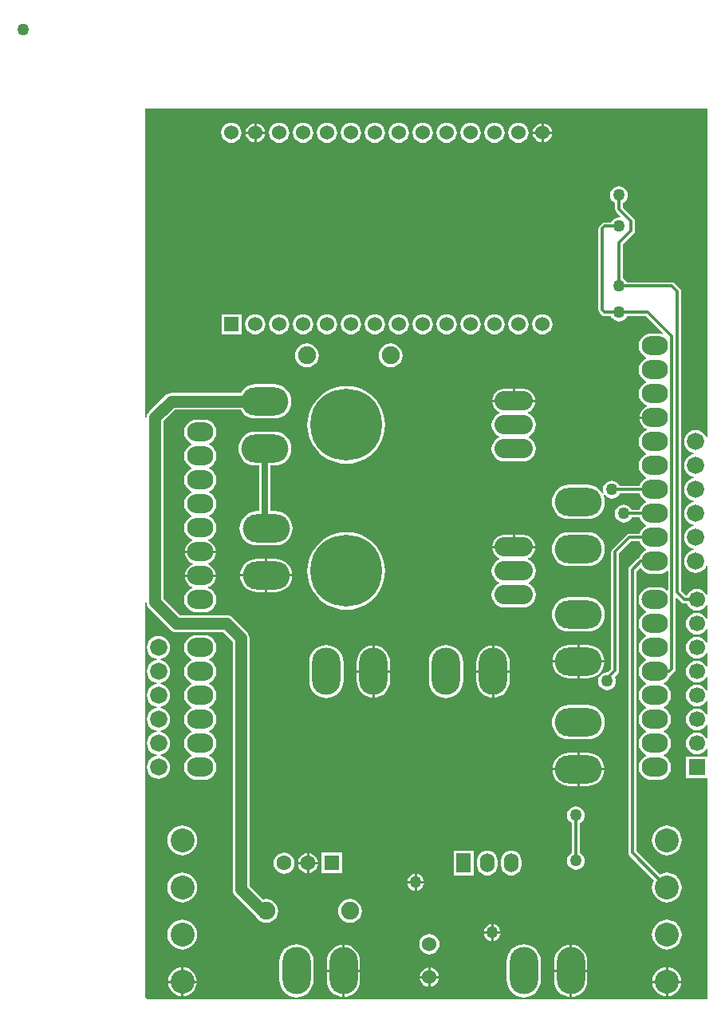
<source format=gbl>
G04 Layer_Physical_Order=2*
G04 Layer_Color=11436288*
%FSLAX25Y25*%
%MOIN*%
G70*
G01*
G75*
%ADD19C,0.02500*%
%ADD20C,0.01200*%
%ADD22C,0.05000*%
%ADD24R,0.06299X0.06299*%
%ADD25C,0.06299*%
G04:AMPARAMS|DCode=26|XSize=196.85mil|YSize=118.11mil|CornerRadius=59.06mil|HoleSize=0mil|Usage=FLASHONLY|Rotation=0.000|XOffset=0mil|YOffset=0mil|HoleType=Round|Shape=RoundedRectangle|*
%AMROUNDEDRECTD26*
21,1,0.19685,0.00000,0,0,0.0*
21,1,0.07874,0.11811,0,0,0.0*
1,1,0.11811,0.03937,0.00000*
1,1,0.11811,-0.03937,0.00000*
1,1,0.11811,-0.03937,0.00000*
1,1,0.11811,0.03937,0.00000*
%
%ADD26ROUNDEDRECTD26*%
%ADD27C,0.10000*%
G04:AMPARAMS|DCode=28|XSize=196.85mil|YSize=118.11mil|CornerRadius=59.06mil|HoleSize=0mil|Usage=FLASHONLY|Rotation=90.000|XOffset=0mil|YOffset=0mil|HoleType=Round|Shape=RoundedRectangle|*
%AMROUNDEDRECTD28*
21,1,0.19685,0.00000,0,0,90.0*
21,1,0.07874,0.11811,0,0,90.0*
1,1,0.11811,0.00000,0.03937*
1,1,0.11811,0.00000,-0.03937*
1,1,0.11811,0.00000,-0.03937*
1,1,0.11811,0.00000,0.03937*
%
%ADD28ROUNDEDRECTD28*%
%ADD29R,0.06000X0.08000*%
%ADD30O,0.06000X0.08000*%
%ADD31C,0.06000*%
%ADD32C,0.07500*%
%ADD33R,0.06000X0.06000*%
%ADD34O,0.16000X0.08000*%
%ADD35C,0.30000*%
%ADD36C,0.06693*%
%ADD37R,0.06693X0.06693*%
%ADD38C,0.07200*%
%ADD39O,0.11000X0.08000*%
%ADD40C,0.05000*%
G36*
X342000Y352779D02*
X341500Y352679D01*
X341193Y353421D01*
X340423Y354423D01*
X339421Y355193D01*
X338253Y355677D01*
X337000Y355841D01*
X335747Y355677D01*
X334579Y355193D01*
X333577Y354423D01*
X332807Y353421D01*
X332324Y352253D01*
X332159Y351000D01*
X332324Y349747D01*
X332807Y348579D01*
X333577Y347577D01*
X334579Y346807D01*
X335747Y346323D01*
X336289Y346252D01*
Y345748D01*
X335747Y345676D01*
X334579Y345193D01*
X333577Y344423D01*
X332807Y343421D01*
X332324Y342253D01*
X332159Y341000D01*
X332324Y339747D01*
X332807Y338579D01*
X333577Y337577D01*
X334579Y336807D01*
X335747Y336323D01*
X336289Y336252D01*
Y335748D01*
X335747Y335677D01*
X334579Y335193D01*
X333577Y334423D01*
X332807Y333421D01*
X332324Y332253D01*
X332159Y331000D01*
X332324Y329747D01*
X332807Y328579D01*
X333577Y327577D01*
X334579Y326807D01*
X335747Y326324D01*
X336289Y326252D01*
Y325748D01*
X335747Y325676D01*
X334579Y325193D01*
X333577Y324423D01*
X332807Y323421D01*
X332324Y322253D01*
X332159Y321000D01*
X332324Y319747D01*
X332807Y318579D01*
X333577Y317577D01*
X334579Y316807D01*
X335747Y316323D01*
X336289Y316252D01*
Y315748D01*
X335747Y315676D01*
X334579Y315193D01*
X333577Y314423D01*
X332807Y313421D01*
X332324Y312253D01*
X332159Y311000D01*
X332324Y309747D01*
X332807Y308579D01*
X333577Y307577D01*
X334579Y306807D01*
X335747Y306324D01*
X336289Y306252D01*
Y305748D01*
X335747Y305677D01*
X334579Y305193D01*
X333577Y304423D01*
X332807Y303421D01*
X332324Y302253D01*
X332159Y301000D01*
X332324Y299747D01*
X332807Y298579D01*
X333577Y297577D01*
X334579Y296807D01*
X335747Y296323D01*
X337000Y296159D01*
X338253Y296323D01*
X339421Y296807D01*
X340423Y297577D01*
X341193Y298579D01*
X341500Y299321D01*
X342000Y299221D01*
Y287323D01*
X341500Y287224D01*
X341471Y287293D01*
X340743Y288243D01*
X339793Y288971D01*
X338687Y289429D01*
X337500Y289586D01*
X336313Y289429D01*
X335207Y288971D01*
X334257Y288243D01*
X333529Y287293D01*
X333365Y286898D01*
X332793Y286814D01*
X330931Y288676D01*
Y413700D01*
X330807Y414324D01*
X330453Y414853D01*
X328153Y417154D01*
X327624Y417507D01*
X327000Y417631D01*
X308329D01*
X308232Y417866D01*
X307639Y418639D01*
X306866Y419232D01*
X306631Y419329D01*
Y433324D01*
X311154Y437847D01*
X311507Y438376D01*
X311631Y439000D01*
Y443000D01*
X311507Y443624D01*
X311154Y444153D01*
X306631Y448676D01*
Y450671D01*
X306866Y450768D01*
X307639Y451361D01*
X308232Y452134D01*
X308605Y453034D01*
X308732Y454000D01*
X308605Y454966D01*
X308232Y455866D01*
X307639Y456639D01*
X306866Y457232D01*
X305966Y457605D01*
X305000Y457732D01*
X304034Y457605D01*
X303134Y457232D01*
X302361Y456639D01*
X301768Y455866D01*
X301395Y454966D01*
X301268Y454000D01*
X301395Y453034D01*
X301768Y452134D01*
X302361Y451361D01*
X303134Y450768D01*
X303369Y450671D01*
Y448000D01*
X303493Y447376D01*
X303847Y446846D01*
X305526Y445167D01*
X305292Y444693D01*
X305000Y444732D01*
X304034Y444605D01*
X303134Y444232D01*
X302361Y443639D01*
X301768Y442866D01*
X301671Y442631D01*
X299000D01*
X298376Y442507D01*
X297847Y442154D01*
X296847Y441153D01*
X296493Y440624D01*
X296369Y440000D01*
Y406000D01*
X296493Y405376D01*
X296847Y404846D01*
X297847Y403847D01*
X298376Y403493D01*
X299000Y403369D01*
X301671D01*
X301768Y403134D01*
X302361Y402361D01*
X303134Y401768D01*
X304034Y401395D01*
X305000Y401268D01*
X305966Y401395D01*
X306866Y401768D01*
X307639Y402361D01*
X308232Y403134D01*
X308329Y403369D01*
X316424D01*
X323418Y396375D01*
X323134Y395952D01*
X322857Y396066D01*
X321500Y396245D01*
X318500D01*
X317143Y396066D01*
X315878Y395542D01*
X314791Y394709D01*
X313958Y393622D01*
X313434Y392357D01*
X313255Y391000D01*
X313434Y389643D01*
X313958Y388378D01*
X314791Y387291D01*
X315878Y386458D01*
X316379Y386250D01*
Y385750D01*
X315878Y385542D01*
X314791Y384709D01*
X313958Y383622D01*
X313434Y382358D01*
X313255Y381000D01*
X313434Y379643D01*
X313958Y378378D01*
X314791Y377291D01*
X315878Y376458D01*
X316379Y376250D01*
Y375750D01*
X315878Y375542D01*
X314791Y374709D01*
X313958Y373622D01*
X313434Y372358D01*
X313255Y371000D01*
X313434Y369642D01*
X313958Y368378D01*
X314791Y367291D01*
X315878Y366458D01*
X316591Y366162D01*
Y365621D01*
X315978Y365368D01*
X314934Y364566D01*
X314132Y363522D01*
X313629Y362305D01*
X313523Y361500D01*
X320000D01*
Y360500D01*
X313523D01*
X313629Y359695D01*
X314132Y358478D01*
X314934Y357434D01*
X315978Y356632D01*
X316591Y356379D01*
Y355838D01*
X315878Y355542D01*
X314791Y354709D01*
X313958Y353622D01*
X313434Y352358D01*
X313255Y351000D01*
X313434Y349642D01*
X313958Y348378D01*
X314791Y347291D01*
X315878Y346458D01*
X316379Y346250D01*
Y345750D01*
X315878Y345542D01*
X314791Y344709D01*
X313958Y343622D01*
X313434Y342357D01*
X313255Y341000D01*
X313434Y339643D01*
X313958Y338378D01*
X314791Y337291D01*
X315878Y336458D01*
X316379Y336250D01*
Y335750D01*
X315878Y335542D01*
X314791Y334709D01*
X313958Y333622D01*
X313547Y332631D01*
X305329D01*
X305232Y332866D01*
X304639Y333639D01*
X303866Y334232D01*
X302966Y334605D01*
X302000Y334732D01*
X301034Y334605D01*
X300134Y334232D01*
X299361Y333639D01*
X298768Y332866D01*
X298395Y331966D01*
X298268Y331000D01*
X298395Y330034D01*
X298650Y329418D01*
Y329418D01*
X298653Y329412D01*
X298653Y329412D01*
X298653Y329412D01*
X298639Y329406D01*
X298634Y329403D01*
X298491Y329335D01*
X298491Y329335D01*
X298036Y329506D01*
X297874Y329809D01*
X296986Y330891D01*
X295904Y331779D01*
X294669Y332439D01*
X293330Y332845D01*
X291937Y332982D01*
X284063D01*
X282670Y332845D01*
X281331Y332439D01*
X280096Y331779D01*
X279014Y330891D01*
X278126Y329809D01*
X277467Y328575D01*
X277060Y327236D01*
X276923Y325843D01*
X277060Y324450D01*
X277467Y323110D01*
X278126Y321876D01*
X279014Y320794D01*
X280096Y319906D01*
X281331Y319246D01*
X282670Y318840D01*
X284063Y318703D01*
X291937D01*
X293330Y318840D01*
X294669Y319246D01*
X295904Y319906D01*
X296986Y320794D01*
X297874Y321876D01*
X298533Y323110D01*
X298940Y324450D01*
X299077Y325843D01*
X298940Y327236D01*
X298577Y328432D01*
X298734Y328897D01*
X298739Y328901D01*
X298878Y328990D01*
X298878Y328990D01*
X298878Y328990D01*
X298878Y328990D01*
X298881Y328987D01*
X298886Y328981D01*
X299361Y328361D01*
X300134Y327768D01*
X301034Y327395D01*
X302000Y327268D01*
X302966Y327395D01*
X303866Y327768D01*
X304639Y328361D01*
X305232Y329134D01*
X305329Y329369D01*
X313547D01*
X313958Y328378D01*
X314791Y327291D01*
X315878Y326458D01*
X316379Y326250D01*
Y325750D01*
X315878Y325542D01*
X314791Y324709D01*
X313958Y323622D01*
X313547Y322631D01*
X310329D01*
X310232Y322866D01*
X309639Y323639D01*
X308866Y324232D01*
X307966Y324605D01*
X307000Y324732D01*
X306034Y324605D01*
X305134Y324232D01*
X304361Y323639D01*
X303768Y322866D01*
X303395Y321966D01*
X303268Y321000D01*
X303395Y320034D01*
X303768Y319134D01*
X304361Y318361D01*
X305134Y317768D01*
X306034Y317395D01*
X307000Y317268D01*
X307966Y317395D01*
X308866Y317768D01*
X309639Y318361D01*
X310232Y319134D01*
X310329Y319369D01*
X313547D01*
X313958Y318378D01*
X314791Y317291D01*
X315878Y316458D01*
X316379Y316250D01*
Y315750D01*
X315878Y315542D01*
X314791Y314709D01*
X313958Y313622D01*
X313547Y312631D01*
X309300D01*
X308676Y312507D01*
X308147Y312154D01*
X302147Y306153D01*
X301793Y305624D01*
X301669Y305000D01*
Y256019D01*
X300337Y254688D01*
X300000Y254732D01*
X299034Y254605D01*
X298134Y254232D01*
X297361Y253639D01*
X296768Y252866D01*
X296395Y251966D01*
X296268Y251000D01*
X296395Y250034D01*
X296768Y249134D01*
X297361Y248361D01*
X298134Y247768D01*
X299034Y247395D01*
X300000Y247268D01*
X300966Y247395D01*
X301866Y247768D01*
X302639Y248361D01*
X303232Y249134D01*
X303605Y250034D01*
X303732Y251000D01*
X303605Y251966D01*
X303232Y252866D01*
X303187Y252924D01*
X304453Y254190D01*
X304807Y254719D01*
X304931Y255343D01*
Y304324D01*
X309976Y309369D01*
X313547D01*
X313958Y308378D01*
X314791Y307291D01*
X315878Y306458D01*
X316379Y306250D01*
Y305750D01*
X315878Y305542D01*
X314791Y304709D01*
X313958Y303622D01*
X313507Y302533D01*
X313376Y302507D01*
X312846Y302153D01*
X309347Y298654D01*
X308993Y298124D01*
X308869Y297500D01*
Y179343D01*
X308993Y178718D01*
X309347Y178189D01*
X319615Y167920D01*
X319244Y167227D01*
X318890Y166058D01*
X318770Y164843D01*
X318890Y163627D01*
X319244Y162459D01*
X319820Y161381D01*
X320595Y160437D01*
X321539Y159662D01*
X322616Y159087D01*
X323785Y158732D01*
X325000Y158613D01*
X326215Y158732D01*
X327384Y159087D01*
X328461Y159662D01*
X329405Y160437D01*
X330180Y161381D01*
X330756Y162459D01*
X331110Y163627D01*
X331230Y164843D01*
X331110Y166058D01*
X330756Y167227D01*
X330180Y168304D01*
X329405Y169248D01*
X328461Y170023D01*
X327384Y170598D01*
X326215Y170953D01*
X325000Y171073D01*
X323785Y170953D01*
X322616Y170598D01*
X321922Y170228D01*
X312131Y180018D01*
Y296824D01*
X313523Y298216D01*
X314146Y298132D01*
X314791Y297291D01*
X315878Y296458D01*
X317143Y295934D01*
X318500Y295755D01*
X321500D01*
X322857Y295934D01*
X324122Y296458D01*
X324969Y297107D01*
X325469Y296861D01*
Y289139D01*
X324969Y288893D01*
X324122Y289542D01*
X322857Y290066D01*
X321500Y290245D01*
X318500D01*
X317143Y290066D01*
X315878Y289542D01*
X314791Y288709D01*
X313958Y287622D01*
X313434Y286357D01*
X313255Y285000D01*
X313434Y283643D01*
X313958Y282378D01*
X314791Y281291D01*
X315878Y280458D01*
X316379Y280250D01*
Y279750D01*
X315878Y279542D01*
X314791Y278709D01*
X313958Y277622D01*
X313434Y276358D01*
X313255Y275000D01*
X313434Y273642D01*
X313958Y272378D01*
X314791Y271291D01*
X315878Y270458D01*
X316379Y270250D01*
Y269750D01*
X315878Y269542D01*
X314791Y268709D01*
X313958Y267622D01*
X313434Y266357D01*
X313255Y265000D01*
X313434Y263643D01*
X313958Y262378D01*
X314791Y261291D01*
X315878Y260458D01*
X316379Y260250D01*
Y259750D01*
X315878Y259542D01*
X314791Y258709D01*
X313958Y257622D01*
X313434Y256358D01*
X313255Y255000D01*
X313434Y253643D01*
X313958Y252378D01*
X314791Y251291D01*
X315878Y250458D01*
X316379Y250250D01*
Y249750D01*
X315878Y249542D01*
X314791Y248709D01*
X313958Y247622D01*
X313434Y246357D01*
X313255Y245000D01*
X313434Y243642D01*
X313958Y242378D01*
X314791Y241291D01*
X315878Y240458D01*
X316379Y240250D01*
Y239750D01*
X315878Y239542D01*
X314791Y238709D01*
X313958Y237622D01*
X313434Y236357D01*
X313255Y235000D01*
X313434Y233643D01*
X313958Y232378D01*
X314791Y231291D01*
X315878Y230458D01*
X316379Y230250D01*
Y229750D01*
X315878Y229542D01*
X314791Y228709D01*
X313958Y227622D01*
X313434Y226358D01*
X313255Y225000D01*
X313434Y223642D01*
X313958Y222378D01*
X314791Y221291D01*
X315878Y220458D01*
X316379Y220250D01*
Y219750D01*
X315878Y219542D01*
X314791Y218709D01*
X313958Y217622D01*
X313434Y216357D01*
X313255Y215000D01*
X313434Y213643D01*
X313958Y212378D01*
X314791Y211291D01*
X315878Y210458D01*
X317143Y209934D01*
X318500Y209755D01*
X321500D01*
X322857Y209934D01*
X324122Y210458D01*
X325209Y211291D01*
X326042Y212378D01*
X326566Y213643D01*
X326745Y215000D01*
X326566Y216357D01*
X326042Y217622D01*
X325209Y218709D01*
X324122Y219542D01*
X323621Y219750D01*
Y220250D01*
X324122Y220458D01*
X325209Y221291D01*
X326042Y222378D01*
X326566Y223642D01*
X326745Y225000D01*
X326566Y226358D01*
X326042Y227622D01*
X325209Y228709D01*
X324122Y229542D01*
X323621Y229750D01*
Y230250D01*
X324122Y230458D01*
X325209Y231291D01*
X326042Y232378D01*
X326566Y233643D01*
X326745Y235000D01*
X326566Y236357D01*
X326042Y237622D01*
X325209Y238709D01*
X324122Y239542D01*
X323621Y239750D01*
Y240250D01*
X324122Y240458D01*
X325209Y241291D01*
X326042Y242378D01*
X326566Y243642D01*
X326745Y245000D01*
X326566Y246357D01*
X326042Y247622D01*
X325209Y248709D01*
X324122Y249542D01*
X323621Y249750D01*
Y250250D01*
X324122Y250458D01*
X325209Y251291D01*
X326042Y252378D01*
X326516Y253520D01*
X327004Y253847D01*
X328254Y255097D01*
X328607Y255626D01*
X328731Y256250D01*
Y285608D01*
X329193Y285800D01*
X331147Y283846D01*
X331676Y283493D01*
X332300Y283369D01*
X333255D01*
X333529Y282707D01*
X334257Y281757D01*
X335207Y281029D01*
X336313Y280571D01*
X337500Y280414D01*
X338687Y280571D01*
X339793Y281029D01*
X340743Y281757D01*
X341471Y282707D01*
X341500Y282776D01*
X342000Y282677D01*
Y277323D01*
X341500Y277224D01*
X341471Y277293D01*
X340743Y278243D01*
X339793Y278971D01*
X338687Y279429D01*
X337500Y279586D01*
X336313Y279429D01*
X335207Y278971D01*
X334257Y278243D01*
X333529Y277293D01*
X333071Y276187D01*
X332914Y275000D01*
X333071Y273813D01*
X333529Y272707D01*
X334257Y271757D01*
X335207Y271029D01*
X336313Y270571D01*
X337500Y270414D01*
X338687Y270571D01*
X339793Y271029D01*
X340743Y271757D01*
X341471Y272707D01*
X341500Y272776D01*
X342000Y272677D01*
Y267323D01*
X341500Y267224D01*
X341471Y267293D01*
X340743Y268243D01*
X339793Y268971D01*
X338687Y269429D01*
X337500Y269586D01*
X336313Y269429D01*
X335207Y268971D01*
X334257Y268243D01*
X333529Y267293D01*
X333071Y266187D01*
X332914Y265000D01*
X333071Y263813D01*
X333529Y262707D01*
X334257Y261757D01*
X335207Y261029D01*
X336313Y260571D01*
X337500Y260414D01*
X338687Y260571D01*
X339793Y261029D01*
X340743Y261757D01*
X341471Y262707D01*
X341500Y262776D01*
X342000Y262677D01*
Y257323D01*
X341500Y257224D01*
X341471Y257293D01*
X340743Y258243D01*
X339793Y258971D01*
X338687Y259429D01*
X337500Y259586D01*
X336313Y259429D01*
X335207Y258971D01*
X334257Y258243D01*
X333529Y257293D01*
X333071Y256187D01*
X332914Y255000D01*
X333071Y253813D01*
X333529Y252707D01*
X334257Y251757D01*
X335207Y251029D01*
X336313Y250571D01*
X337500Y250414D01*
X338687Y250571D01*
X339793Y251029D01*
X340743Y251757D01*
X341471Y252707D01*
X341500Y252776D01*
X342000Y252677D01*
Y247323D01*
X341500Y247224D01*
X341471Y247293D01*
X340743Y248243D01*
X339793Y248971D01*
X338687Y249429D01*
X337500Y249586D01*
X336313Y249429D01*
X335207Y248971D01*
X334257Y248243D01*
X333529Y247293D01*
X333071Y246187D01*
X332914Y245000D01*
X333071Y243813D01*
X333529Y242707D01*
X334257Y241757D01*
X335207Y241029D01*
X336313Y240571D01*
X337500Y240414D01*
X338687Y240571D01*
X339793Y241029D01*
X340743Y241757D01*
X341471Y242707D01*
X341500Y242776D01*
X342000Y242677D01*
Y237323D01*
X341500Y237224D01*
X341471Y237293D01*
X340743Y238243D01*
X339793Y238971D01*
X338687Y239429D01*
X337500Y239586D01*
X336313Y239429D01*
X335207Y238971D01*
X334257Y238243D01*
X333529Y237293D01*
X333071Y236187D01*
X332914Y235000D01*
X333071Y233813D01*
X333529Y232707D01*
X334257Y231757D01*
X335207Y231029D01*
X336313Y230571D01*
X337500Y230414D01*
X338687Y230571D01*
X339793Y231029D01*
X340743Y231757D01*
X341471Y232707D01*
X341500Y232776D01*
X342000Y232677D01*
Y227323D01*
X341500Y227224D01*
X341471Y227293D01*
X340743Y228243D01*
X339793Y228971D01*
X338687Y229429D01*
X337500Y229586D01*
X336313Y229429D01*
X335207Y228971D01*
X334257Y228243D01*
X333529Y227293D01*
X333071Y226187D01*
X332914Y225000D01*
X333071Y223813D01*
X333529Y222707D01*
X334257Y221757D01*
X335207Y221029D01*
X336313Y220571D01*
X337500Y220414D01*
X338687Y220571D01*
X339793Y221029D01*
X340743Y221757D01*
X341471Y222707D01*
X341500Y222776D01*
X342000Y222677D01*
Y219547D01*
X332954D01*
Y210454D01*
X342000D01*
Y118000D01*
X108000D01*
X107000Y119000D01*
Y283738D01*
X107500Y283771D01*
X107590Y283086D01*
X107943Y282235D01*
X108504Y281504D01*
X117504Y272504D01*
X118235Y271943D01*
X119086Y271590D01*
X120000Y271470D01*
X139538D01*
X143470Y267538D01*
Y164000D01*
X143590Y163086D01*
X143943Y162235D01*
X144504Y161504D01*
X152945Y153063D01*
X153176Y152504D01*
X153970Y151470D01*
X155004Y150676D01*
X156208Y150177D01*
X157500Y150007D01*
X158792Y150177D01*
X159996Y150676D01*
X161030Y151470D01*
X161824Y152504D01*
X162323Y153708D01*
X162493Y155000D01*
X162323Y156292D01*
X161824Y157496D01*
X161030Y158530D01*
X159996Y159324D01*
X158792Y159823D01*
X157500Y159993D01*
X156208Y159823D01*
X156181Y159811D01*
X150530Y165462D01*
Y269000D01*
X150410Y269914D01*
X150057Y270765D01*
X149496Y271496D01*
X143496Y277496D01*
X142765Y278057D01*
X141914Y278410D01*
X141000Y278530D01*
X121462D01*
X114530Y285462D01*
Y359538D01*
X119305Y364312D01*
X146893D01*
X147126Y363876D01*
X148014Y362794D01*
X149096Y361906D01*
X150331Y361246D01*
X151670Y360840D01*
X153063Y360703D01*
X160937D01*
X162330Y360840D01*
X163669Y361246D01*
X164904Y361906D01*
X165986Y362794D01*
X166874Y363876D01*
X167533Y365110D01*
X167940Y366450D01*
X168077Y367843D01*
X167940Y369235D01*
X167533Y370575D01*
X166874Y371809D01*
X165986Y372891D01*
X164904Y373779D01*
X163669Y374439D01*
X162330Y374845D01*
X160937Y374983D01*
X153063D01*
X151670Y374845D01*
X150331Y374439D01*
X149096Y373779D01*
X148014Y372891D01*
X147126Y371809D01*
X146893Y371373D01*
X117843D01*
X116929Y371252D01*
X116077Y370900D01*
X115346Y370339D01*
X108504Y363496D01*
X107943Y362765D01*
X107590Y361914D01*
X107500Y361229D01*
X107000Y361262D01*
Y490000D01*
X342000D01*
Y352779D01*
D02*
G37*
%LPC*%
G36*
X174500Y174500D02*
X170880D01*
X170957Y173917D01*
X171375Y172907D01*
X172040Y172040D01*
X172907Y171375D01*
X173917Y170957D01*
X174500Y170880D01*
Y174500D01*
D02*
G37*
G36*
X189350Y179350D02*
X180650D01*
Y170650D01*
X189350D01*
Y179350D01*
D02*
G37*
G36*
X165000Y179387D02*
X163865Y179238D01*
X162806Y178799D01*
X161898Y178102D01*
X161201Y177194D01*
X160762Y176136D01*
X160613Y175000D01*
X160762Y173864D01*
X161201Y172806D01*
X161898Y171898D01*
X162806Y171201D01*
X163865Y170762D01*
X165000Y170613D01*
X166136Y170762D01*
X167194Y171201D01*
X168102Y171898D01*
X168799Y172806D01*
X169238Y173864D01*
X169387Y175000D01*
X169238Y176136D01*
X168799Y177194D01*
X168102Y178102D01*
X167194Y178799D01*
X166136Y179238D01*
X165000Y179387D01*
D02*
G37*
G36*
X179120Y174500D02*
X175500D01*
Y170880D01*
X176083Y170957D01*
X177093Y171375D01*
X177960Y172040D01*
X178625Y172907D01*
X179043Y173917D01*
X179120Y174500D01*
D02*
G37*
G36*
X175500Y179120D02*
Y175500D01*
X179120D01*
X179043Y176083D01*
X178625Y177093D01*
X177960Y177960D01*
X177093Y178625D01*
X176083Y179043D01*
X175500Y179120D01*
D02*
G37*
G36*
X174500D02*
X173917Y179043D01*
X172907Y178625D01*
X172040Y177960D01*
X171375Y177093D01*
X170957Y176083D01*
X170880Y175500D01*
X174500D01*
Y179120D01*
D02*
G37*
G36*
X287000Y198732D02*
X286034Y198605D01*
X285134Y198232D01*
X284361Y197639D01*
X283768Y196866D01*
X283395Y195966D01*
X283268Y195000D01*
X283395Y194034D01*
X283768Y193134D01*
X284361Y192361D01*
X285134Y191768D01*
X285369Y191671D01*
Y179329D01*
X285134Y179232D01*
X284361Y178639D01*
X283768Y177866D01*
X283395Y176966D01*
X283268Y176000D01*
X283395Y175034D01*
X283768Y174134D01*
X284361Y173361D01*
X285134Y172768D01*
X286034Y172395D01*
X287000Y172268D01*
X287966Y172395D01*
X288866Y172768D01*
X289639Y173361D01*
X290232Y174134D01*
X290605Y175034D01*
X290732Y176000D01*
X290605Y176966D01*
X290232Y177866D01*
X289639Y178639D01*
X288866Y179232D01*
X288631Y179329D01*
Y191671D01*
X288866Y191768D01*
X289639Y192361D01*
X290232Y193134D01*
X290605Y194034D01*
X290732Y195000D01*
X290605Y195966D01*
X290232Y196866D01*
X289639Y197639D01*
X288866Y198232D01*
X287966Y198605D01*
X287000Y198732D01*
D02*
G37*
G36*
X220500Y170464D02*
Y167500D01*
X223464D01*
X223410Y167914D01*
X223057Y168765D01*
X222496Y169496D01*
X221765Y170057D01*
X220914Y170410D01*
X220500Y170464D01*
D02*
G37*
G36*
X219500D02*
X219086Y170410D01*
X218235Y170057D01*
X217504Y169496D01*
X216943Y168765D01*
X216590Y167914D01*
X216536Y167500D01*
X219500D01*
Y170464D01*
D02*
G37*
G36*
X223464Y166500D02*
X220500D01*
Y163536D01*
X220914Y163590D01*
X221765Y163943D01*
X222496Y164504D01*
X223057Y165235D01*
X223410Y166086D01*
X223464Y166500D01*
D02*
G37*
G36*
X250000Y180236D02*
X248904Y180092D01*
X247882Y179669D01*
X247005Y178996D01*
X246331Y178118D01*
X245908Y177096D01*
X245764Y176000D01*
Y174000D01*
X245908Y172904D01*
X246331Y171882D01*
X247005Y171004D01*
X247882Y170331D01*
X248904Y169908D01*
X250000Y169764D01*
X251096Y169908D01*
X252118Y170331D01*
X252995Y171004D01*
X253669Y171882D01*
X254092Y172904D01*
X254236Y174000D01*
Y176000D01*
X254092Y177096D01*
X253669Y178118D01*
X252995Y178996D01*
X252118Y179669D01*
X251096Y180092D01*
X250000Y180236D01*
D02*
G37*
G36*
X219500Y166500D02*
X216536D01*
X216590Y166086D01*
X216943Y165235D01*
X217504Y164504D01*
X218235Y163943D01*
X219086Y163590D01*
X219500Y163536D01*
Y166500D01*
D02*
G37*
G36*
X244200Y180200D02*
X235800D01*
Y169800D01*
X244200D01*
Y180200D01*
D02*
G37*
G36*
X260000Y180236D02*
X258904Y180092D01*
X257882Y179669D01*
X257004Y178996D01*
X256331Y178118D01*
X255908Y177096D01*
X255764Y176000D01*
Y174000D01*
X255908Y172904D01*
X256331Y171882D01*
X257004Y171004D01*
X257882Y170331D01*
X258904Y169908D01*
X260000Y169764D01*
X261096Y169908D01*
X262118Y170331D01*
X262996Y171004D01*
X263669Y171882D01*
X264092Y172904D01*
X264236Y174000D01*
Y176000D01*
X264092Y177096D01*
X263669Y178118D01*
X262996Y178996D01*
X262118Y179669D01*
X261096Y180092D01*
X260000Y180236D01*
D02*
G37*
G36*
X122500Y190758D02*
X121285Y190638D01*
X120116Y190283D01*
X119039Y189708D01*
X118095Y188933D01*
X117320Y187989D01*
X116744Y186912D01*
X116390Y185743D01*
X116270Y184528D01*
X116390Y183312D01*
X116744Y182143D01*
X117320Y181066D01*
X118095Y180122D01*
X119039Y179348D01*
X120116Y178772D01*
X121285Y178417D01*
X122500Y178298D01*
X123715Y178417D01*
X124884Y178772D01*
X125961Y179348D01*
X126905Y180122D01*
X127680Y181066D01*
X128256Y182143D01*
X128610Y183312D01*
X128730Y184528D01*
X128610Y185743D01*
X128256Y186912D01*
X127680Y187989D01*
X126905Y188933D01*
X125961Y189708D01*
X124884Y190283D01*
X123715Y190638D01*
X122500Y190758D01*
D02*
G37*
G36*
X201843Y254500D02*
X195404D01*
Y251063D01*
X195537Y249709D01*
X195932Y248408D01*
X196573Y247208D01*
X197436Y246156D01*
X198487Y245293D01*
X199687Y244652D01*
X200989Y244257D01*
X201843Y244173D01*
Y254500D01*
D02*
G37*
G36*
X232657Y266077D02*
X231264Y265940D01*
X229925Y265533D01*
X228691Y264874D01*
X227609Y263986D01*
X226721Y262904D01*
X226061Y261669D01*
X225655Y260330D01*
X225518Y258937D01*
Y251063D01*
X225655Y249670D01*
X226061Y248331D01*
X226721Y247096D01*
X227609Y246014D01*
X228691Y245126D01*
X229925Y244467D01*
X231264Y244060D01*
X232657Y243923D01*
X234050Y244060D01*
X235390Y244467D01*
X236624Y245126D01*
X237706Y246014D01*
X238594Y247096D01*
X239254Y248331D01*
X239660Y249670D01*
X239797Y251063D01*
Y258937D01*
X239660Y260330D01*
X239254Y261669D01*
X238594Y262904D01*
X237706Y263986D01*
X236624Y264874D01*
X235390Y265533D01*
X234050Y265940D01*
X232657Y266077D01*
D02*
G37*
G36*
X182657D02*
X181264Y265940D01*
X179925Y265533D01*
X178691Y264874D01*
X177609Y263986D01*
X176721Y262904D01*
X176061Y261669D01*
X175655Y260330D01*
X175517Y258937D01*
Y251063D01*
X175655Y249670D01*
X176061Y248331D01*
X176721Y247096D01*
X177609Y246014D01*
X178691Y245126D01*
X179925Y244467D01*
X181264Y244060D01*
X182657Y243923D01*
X184050Y244060D01*
X185390Y244467D01*
X186624Y245126D01*
X187706Y246014D01*
X188594Y247096D01*
X189254Y248331D01*
X189660Y249670D01*
X189797Y251063D01*
Y258937D01*
X189660Y260330D01*
X189254Y261669D01*
X188594Y262904D01*
X187706Y263986D01*
X186624Y264874D01*
X185390Y265533D01*
X184050Y265940D01*
X182657Y266077D01*
D02*
G37*
G36*
X209281Y254500D02*
X202843D01*
Y244173D01*
X203696Y244257D01*
X204998Y244652D01*
X206198Y245293D01*
X207249Y246156D01*
X208112Y247208D01*
X208753Y248408D01*
X209148Y249709D01*
X209281Y251063D01*
Y254500D01*
D02*
G37*
G36*
X287500Y258657D02*
X277173D01*
X277257Y257804D01*
X277652Y256502D01*
X278293Y255302D01*
X279156Y254251D01*
X280208Y253388D01*
X281408Y252747D01*
X282709Y252352D01*
X284063Y252219D01*
X287500D01*
Y258657D01*
D02*
G37*
G36*
X259281Y254500D02*
X252843D01*
Y244173D01*
X253696Y244257D01*
X254998Y244652D01*
X256198Y245293D01*
X257249Y246156D01*
X258112Y247208D01*
X258753Y248408D01*
X259148Y249709D01*
X259281Y251063D01*
Y254500D01*
D02*
G37*
G36*
X251843D02*
X245404D01*
Y251063D01*
X245537Y249709D01*
X245932Y248408D01*
X246573Y247208D01*
X247436Y246156D01*
X248487Y245293D01*
X249687Y244652D01*
X250989Y244257D01*
X251843Y244173D01*
Y254500D01*
D02*
G37*
G36*
X291937Y240983D02*
X284063D01*
X282670Y240845D01*
X281331Y240439D01*
X280096Y239779D01*
X279014Y238891D01*
X278126Y237809D01*
X277467Y236575D01*
X277060Y235236D01*
X276923Y233843D01*
X277060Y232450D01*
X277467Y231110D01*
X278126Y229876D01*
X279014Y228794D01*
X280096Y227906D01*
X281331Y227246D01*
X282670Y226840D01*
X284063Y226703D01*
X291937D01*
X293330Y226840D01*
X294669Y227246D01*
X295904Y227906D01*
X296986Y228794D01*
X297874Y229876D01*
X298533Y231110D01*
X298940Y232450D01*
X299077Y233843D01*
X298940Y235236D01*
X298533Y236575D01*
X297874Y237809D01*
X296986Y238891D01*
X295904Y239779D01*
X294669Y240439D01*
X293330Y240845D01*
X291937Y240983D01*
D02*
G37*
G36*
X298827Y213657D02*
X288500D01*
Y207219D01*
X291937D01*
X293291Y207352D01*
X294592Y207747D01*
X295792Y208388D01*
X296844Y209251D01*
X297707Y210302D01*
X298348Y211502D01*
X298743Y212804D01*
X298827Y213657D01*
D02*
G37*
G36*
X287500D02*
X277173D01*
X277257Y212804D01*
X277652Y211502D01*
X278293Y210302D01*
X279156Y209251D01*
X280208Y208388D01*
X281408Y207747D01*
X282709Y207352D01*
X284063Y207219D01*
X287500D01*
Y213657D01*
D02*
G37*
G36*
X325000Y190758D02*
X323785Y190638D01*
X322616Y190283D01*
X321539Y189708D01*
X320595Y188933D01*
X319820Y187989D01*
X319244Y186912D01*
X318890Y185743D01*
X318770Y184528D01*
X318890Y183312D01*
X319244Y182143D01*
X319820Y181066D01*
X320595Y180122D01*
X321539Y179348D01*
X322616Y178772D01*
X323785Y178417D01*
X325000Y178298D01*
X326215Y178417D01*
X327384Y178772D01*
X328461Y179348D01*
X329405Y180122D01*
X330180Y181066D01*
X330756Y182143D01*
X331110Y183312D01*
X331230Y184528D01*
X331110Y185743D01*
X330756Y186912D01*
X330180Y187989D01*
X329405Y188933D01*
X328461Y189708D01*
X327384Y190283D01*
X326215Y190638D01*
X325000Y190758D01*
D02*
G37*
G36*
X131500Y270245D02*
X128500D01*
X127143Y270066D01*
X125878Y269542D01*
X124791Y268709D01*
X123958Y267622D01*
X123434Y266357D01*
X123255Y265000D01*
X123434Y263643D01*
X123958Y262378D01*
X124791Y261291D01*
X125878Y260458D01*
X126379Y260250D01*
Y259750D01*
X125878Y259542D01*
X124791Y258709D01*
X123958Y257622D01*
X123434Y256358D01*
X123255Y255000D01*
X123434Y253643D01*
X123958Y252378D01*
X124791Y251291D01*
X125878Y250458D01*
X126379Y250250D01*
Y249750D01*
X125878Y249542D01*
X124791Y248709D01*
X123958Y247622D01*
X123434Y246357D01*
X123255Y245000D01*
X123434Y243642D01*
X123958Y242378D01*
X124791Y241291D01*
X125878Y240458D01*
X126379Y240250D01*
Y239750D01*
X125878Y239542D01*
X124791Y238709D01*
X123958Y237622D01*
X123434Y236357D01*
X123255Y235000D01*
X123434Y233643D01*
X123958Y232378D01*
X124791Y231291D01*
X125878Y230458D01*
X126379Y230250D01*
Y229750D01*
X125878Y229542D01*
X124791Y228709D01*
X123958Y227622D01*
X123434Y226358D01*
X123255Y225000D01*
X123434Y223642D01*
X123958Y222378D01*
X124791Y221291D01*
X125878Y220458D01*
X126379Y220250D01*
Y219750D01*
X125878Y219542D01*
X124791Y218709D01*
X123958Y217622D01*
X123434Y216357D01*
X123255Y215000D01*
X123434Y213643D01*
X123958Y212378D01*
X124791Y211291D01*
X125878Y210458D01*
X127143Y209934D01*
X128500Y209755D01*
X131500D01*
X132858Y209934D01*
X134122Y210458D01*
X135209Y211291D01*
X136042Y212378D01*
X136566Y213643D01*
X136745Y215000D01*
X136566Y216357D01*
X136042Y217622D01*
X135209Y218709D01*
X134122Y219542D01*
X133621Y219750D01*
Y220250D01*
X134122Y220458D01*
X135209Y221291D01*
X136042Y222378D01*
X136566Y223642D01*
X136745Y225000D01*
X136566Y226358D01*
X136042Y227622D01*
X135209Y228709D01*
X134122Y229542D01*
X133621Y229750D01*
Y230250D01*
X134122Y230458D01*
X135209Y231291D01*
X136042Y232378D01*
X136566Y233643D01*
X136745Y235000D01*
X136566Y236357D01*
X136042Y237622D01*
X135209Y238709D01*
X134122Y239542D01*
X133621Y239750D01*
Y240250D01*
X134122Y240458D01*
X135209Y241291D01*
X136042Y242378D01*
X136566Y243642D01*
X136745Y245000D01*
X136566Y246357D01*
X136042Y247622D01*
X135209Y248709D01*
X134122Y249542D01*
X133621Y249750D01*
Y250250D01*
X134122Y250458D01*
X135209Y251291D01*
X136042Y252378D01*
X136566Y253643D01*
X136745Y255000D01*
X136566Y256358D01*
X136042Y257622D01*
X135209Y258709D01*
X134122Y259542D01*
X133621Y259750D01*
Y260250D01*
X134122Y260458D01*
X135209Y261291D01*
X136042Y262378D01*
X136566Y263643D01*
X136745Y265000D01*
X136566Y266357D01*
X136042Y267622D01*
X135209Y268709D01*
X134122Y269542D01*
X132858Y270066D01*
X131500Y270245D01*
D02*
G37*
G36*
X291937Y221096D02*
X288500D01*
Y214657D01*
X298827D01*
X298743Y215511D01*
X298348Y216813D01*
X297707Y218012D01*
X296844Y219064D01*
X295792Y219927D01*
X294592Y220568D01*
X293291Y220963D01*
X291937Y221096D01*
D02*
G37*
G36*
X287500D02*
X284063D01*
X282709Y220963D01*
X281408Y220568D01*
X280208Y219927D01*
X279156Y219064D01*
X278293Y218012D01*
X277652Y216813D01*
X277257Y215511D01*
X277173Y214657D01*
X287500D01*
Y221096D01*
D02*
G37*
G36*
X112500Y269841D02*
X111247Y269676D01*
X110079Y269193D01*
X109077Y268423D01*
X108307Y267421D01*
X107824Y266253D01*
X107659Y265000D01*
X107824Y263747D01*
X108307Y262579D01*
X109077Y261577D01*
X110079Y260807D01*
X111247Y260324D01*
X111789Y260252D01*
Y259748D01*
X111247Y259677D01*
X110079Y259193D01*
X109077Y258423D01*
X108307Y257421D01*
X107824Y256253D01*
X107659Y255000D01*
X107824Y253747D01*
X108307Y252579D01*
X109077Y251577D01*
X110079Y250807D01*
X111247Y250324D01*
X111789Y250252D01*
Y249748D01*
X111247Y249676D01*
X110079Y249193D01*
X109077Y248423D01*
X108307Y247421D01*
X107824Y246253D01*
X107659Y245000D01*
X107824Y243747D01*
X108307Y242579D01*
X109077Y241577D01*
X110079Y240807D01*
X111247Y240323D01*
X111789Y240252D01*
Y239748D01*
X111247Y239676D01*
X110079Y239193D01*
X109077Y238423D01*
X108307Y237421D01*
X107824Y236253D01*
X107659Y235000D01*
X107824Y233747D01*
X108307Y232579D01*
X109077Y231577D01*
X110079Y230807D01*
X111247Y230324D01*
X111789Y230252D01*
Y229748D01*
X111247Y229677D01*
X110079Y229193D01*
X109077Y228423D01*
X108307Y227421D01*
X107824Y226253D01*
X107659Y225000D01*
X107824Y223747D01*
X108307Y222579D01*
X109077Y221577D01*
X110079Y220807D01*
X111247Y220323D01*
X111789Y220252D01*
Y219748D01*
X111247Y219676D01*
X110079Y219193D01*
X109077Y218423D01*
X108307Y217421D01*
X107824Y216253D01*
X107659Y215000D01*
X107824Y213747D01*
X108307Y212579D01*
X109077Y211577D01*
X110079Y210807D01*
X111247Y210324D01*
X112500Y210159D01*
X113753Y210324D01*
X114921Y210807D01*
X115923Y211577D01*
X116693Y212579D01*
X117176Y213747D01*
X117341Y215000D01*
X117176Y216253D01*
X116693Y217421D01*
X115923Y218423D01*
X114921Y219193D01*
X113753Y219676D01*
X113211Y219748D01*
Y220252D01*
X113753Y220323D01*
X114921Y220807D01*
X115923Y221577D01*
X116693Y222579D01*
X117176Y223747D01*
X117341Y225000D01*
X117176Y226253D01*
X116693Y227421D01*
X115923Y228423D01*
X114921Y229193D01*
X113753Y229677D01*
X113211Y229748D01*
Y230252D01*
X113753Y230324D01*
X114921Y230807D01*
X115923Y231577D01*
X116693Y232579D01*
X117176Y233747D01*
X117341Y235000D01*
X117176Y236253D01*
X116693Y237421D01*
X115923Y238423D01*
X114921Y239193D01*
X113753Y239676D01*
X113211Y239748D01*
Y240252D01*
X113753Y240323D01*
X114921Y240807D01*
X115923Y241577D01*
X116693Y242579D01*
X117176Y243747D01*
X117341Y245000D01*
X117176Y246253D01*
X116693Y247421D01*
X115923Y248423D01*
X114921Y249193D01*
X113753Y249676D01*
X113211Y249748D01*
Y250252D01*
X113753Y250324D01*
X114921Y250807D01*
X115923Y251577D01*
X116693Y252579D01*
X117176Y253747D01*
X117341Y255000D01*
X117176Y256253D01*
X116693Y257421D01*
X115923Y258423D01*
X114921Y259193D01*
X113753Y259677D01*
X113211Y259748D01*
Y260252D01*
X113753Y260324D01*
X114921Y260807D01*
X115923Y261577D01*
X116693Y262579D01*
X117176Y263747D01*
X117341Y265000D01*
X117176Y266253D01*
X116693Y267421D01*
X115923Y268423D01*
X114921Y269193D01*
X113753Y269676D01*
X112500Y269841D01*
D02*
G37*
G36*
X225248Y126862D02*
X221779D01*
X221851Y126318D01*
X222254Y125345D01*
X222895Y124509D01*
X223731Y123868D01*
X224704Y123465D01*
X225248Y123393D01*
Y126862D01*
D02*
G37*
G36*
X330980Y124972D02*
X325500D01*
Y119493D01*
X326176Y119559D01*
X327307Y119902D01*
X328349Y120459D01*
X329263Y121209D01*
X330013Y122123D01*
X330570Y123165D01*
X330913Y124296D01*
X330980Y124972D01*
D02*
G37*
G36*
X324500D02*
X319020D01*
X319087Y124296D01*
X319430Y123165D01*
X319987Y122123D01*
X320737Y121209D01*
X321651Y120459D01*
X322693Y119902D01*
X323824Y119559D01*
X324500Y119493D01*
Y124972D01*
D02*
G37*
G36*
X229717Y126862D02*
X226248D01*
Y123393D01*
X226792Y123465D01*
X227765Y123868D01*
X228601Y124509D01*
X229242Y125345D01*
X229645Y126318D01*
X229717Y126862D01*
D02*
G37*
G36*
X324500Y131452D02*
X323824Y131386D01*
X322693Y131043D01*
X321651Y130485D01*
X320737Y129736D01*
X319987Y128822D01*
X319430Y127780D01*
X319087Y126649D01*
X319020Y125972D01*
X324500D01*
Y131452D01*
D02*
G37*
G36*
X123000D02*
Y125972D01*
X128480D01*
X128413Y126649D01*
X128070Y127780D01*
X127513Y128822D01*
X126763Y129736D01*
X125849Y130485D01*
X124807Y131043D01*
X123676Y131386D01*
X123000Y131452D01*
D02*
G37*
G36*
X122000D02*
X121324Y131386D01*
X120193Y131043D01*
X119150Y130485D01*
X118237Y129736D01*
X117487Y128822D01*
X116930Y127780D01*
X116587Y126649D01*
X116520Y125972D01*
X122000D01*
Y131452D01*
D02*
G37*
G36*
X128480Y124972D02*
X123000D01*
Y119493D01*
X123676Y119559D01*
X124807Y119902D01*
X125849Y120459D01*
X126763Y121209D01*
X127513Y122123D01*
X128070Y123165D01*
X128413Y124296D01*
X128480Y124972D01*
D02*
G37*
G36*
X189343Y129500D02*
X182904D01*
Y126063D01*
X183037Y124709D01*
X183432Y123408D01*
X184073Y122208D01*
X184936Y121156D01*
X185987Y120293D01*
X187187Y119652D01*
X188489Y119257D01*
X189343Y119173D01*
Y129500D01*
D02*
G37*
G36*
X265157Y141077D02*
X263765Y140940D01*
X262425Y140533D01*
X261191Y139874D01*
X260109Y138986D01*
X259221Y137904D01*
X258561Y136669D01*
X258155Y135330D01*
X258017Y133937D01*
Y126063D01*
X258155Y124670D01*
X258561Y123331D01*
X259221Y122096D01*
X260109Y121014D01*
X261191Y120126D01*
X262425Y119467D01*
X263765Y119060D01*
X265157Y118923D01*
X266550Y119060D01*
X267890Y119467D01*
X269124Y120126D01*
X270206Y121014D01*
X271094Y122096D01*
X271754Y123331D01*
X272160Y124670D01*
X272297Y126063D01*
Y133937D01*
X272160Y135330D01*
X271754Y136669D01*
X271094Y137904D01*
X270206Y138986D01*
X269124Y139874D01*
X267890Y140533D01*
X266550Y140940D01*
X265157Y141077D01*
D02*
G37*
G36*
X170157D02*
X168764Y140940D01*
X167425Y140533D01*
X166191Y139874D01*
X165109Y138986D01*
X164221Y137904D01*
X163561Y136669D01*
X163155Y135330D01*
X163017Y133937D01*
Y126063D01*
X163155Y124670D01*
X163561Y123331D01*
X164221Y122096D01*
X165109Y121014D01*
X166191Y120126D01*
X167425Y119467D01*
X168764Y119060D01*
X170157Y118923D01*
X171550Y119060D01*
X172890Y119467D01*
X174124Y120126D01*
X175206Y121014D01*
X176094Y122096D01*
X176754Y123331D01*
X177160Y124670D01*
X177297Y126063D01*
Y133937D01*
X177160Y135330D01*
X176754Y136669D01*
X176094Y137904D01*
X175206Y138986D01*
X174124Y139874D01*
X172890Y140533D01*
X171550Y140940D01*
X170157Y141077D01*
D02*
G37*
G36*
X196782Y129500D02*
X190343D01*
Y119173D01*
X191196Y119257D01*
X192498Y119652D01*
X193698Y120293D01*
X194749Y121156D01*
X195612Y122208D01*
X196253Y123408D01*
X196648Y124709D01*
X196782Y126063D01*
Y129500D01*
D02*
G37*
G36*
X122000Y124972D02*
X116520D01*
X116587Y124296D01*
X116930Y123165D01*
X117487Y122123D01*
X118237Y121209D01*
X119150Y120459D01*
X120193Y119902D01*
X121324Y119559D01*
X122000Y119493D01*
Y124972D01*
D02*
G37*
G36*
X291781Y129500D02*
X285343D01*
Y119173D01*
X286196Y119257D01*
X287498Y119652D01*
X288698Y120293D01*
X289749Y121156D01*
X290612Y122208D01*
X291253Y123408D01*
X291648Y124709D01*
X291781Y126063D01*
Y129500D01*
D02*
G37*
G36*
X284343D02*
X277904D01*
Y126063D01*
X278037Y124709D01*
X278432Y123408D01*
X279073Y122208D01*
X279936Y121156D01*
X280988Y120293D01*
X282187Y119652D01*
X283489Y119257D01*
X284343Y119173D01*
Y129500D01*
D02*
G37*
G36*
X325500Y131452D02*
Y125972D01*
X330980D01*
X330913Y126649D01*
X330570Y127780D01*
X330013Y128822D01*
X329263Y129736D01*
X328349Y130485D01*
X327307Y131043D01*
X326176Y131386D01*
X325500Y131452D01*
D02*
G37*
G36*
X255464Y145500D02*
X252500D01*
Y142536D01*
X252914Y142590D01*
X253765Y142943D01*
X254496Y143504D01*
X255057Y144235D01*
X255410Y145086D01*
X255464Y145500D01*
D02*
G37*
G36*
X251500D02*
X248536D01*
X248590Y145086D01*
X248943Y144235D01*
X249504Y143504D01*
X250235Y142943D01*
X251086Y142590D01*
X251500Y142536D01*
Y145500D01*
D02*
G37*
G36*
X325000Y151387D02*
X323785Y151268D01*
X322616Y150913D01*
X321539Y150338D01*
X320595Y149563D01*
X319820Y148619D01*
X319244Y147541D01*
X318890Y146373D01*
X318770Y145157D01*
X318890Y143942D01*
X319244Y142773D01*
X319820Y141696D01*
X320595Y140752D01*
X321539Y139977D01*
X322616Y139402D01*
X323785Y139047D01*
X325000Y138927D01*
X326215Y139047D01*
X327384Y139402D01*
X328461Y139977D01*
X329405Y140752D01*
X330180Y141696D01*
X330756Y142773D01*
X331110Y143942D01*
X331230Y145157D01*
X331110Y146373D01*
X330756Y147541D01*
X330180Y148619D01*
X329405Y149563D01*
X328461Y150338D01*
X327384Y150913D01*
X326215Y151268D01*
X325000Y151387D01*
D02*
G37*
G36*
X251500Y149464D02*
X251086Y149410D01*
X250235Y149057D01*
X249504Y148496D01*
X248943Y147765D01*
X248590Y146914D01*
X248536Y146500D01*
X251500D01*
Y149464D01*
D02*
G37*
G36*
X122500Y171073D02*
X121285Y170953D01*
X120116Y170598D01*
X119039Y170023D01*
X118095Y169248D01*
X117320Y168304D01*
X116744Y167227D01*
X116390Y166058D01*
X116270Y164843D01*
X116390Y163627D01*
X116744Y162459D01*
X117320Y161381D01*
X118095Y160437D01*
X119039Y159662D01*
X120116Y159087D01*
X121285Y158732D01*
X122500Y158613D01*
X123715Y158732D01*
X124884Y159087D01*
X125961Y159662D01*
X126905Y160437D01*
X127680Y161381D01*
X128256Y162459D01*
X128610Y163627D01*
X128730Y164843D01*
X128610Y166058D01*
X128256Y167227D01*
X127680Y168304D01*
X126905Y169248D01*
X125961Y170023D01*
X124884Y170598D01*
X123715Y170953D01*
X122500Y171073D01*
D02*
G37*
G36*
X192500Y159993D02*
X191208Y159823D01*
X190004Y159324D01*
X188970Y158530D01*
X188176Y157496D01*
X187677Y156292D01*
X187507Y155000D01*
X187677Y153708D01*
X188176Y152504D01*
X188970Y151470D01*
X190004Y150676D01*
X191208Y150177D01*
X192500Y150007D01*
X193792Y150177D01*
X194996Y150676D01*
X196030Y151470D01*
X196824Y152504D01*
X197323Y153708D01*
X197493Y155000D01*
X197323Y156292D01*
X196824Y157496D01*
X196030Y158530D01*
X194996Y159324D01*
X193792Y159823D01*
X192500Y159993D01*
D02*
G37*
G36*
X252500Y149464D02*
Y146500D01*
X255464D01*
X255410Y146914D01*
X255057Y147765D01*
X254496Y148496D01*
X253765Y149057D01*
X252914Y149410D01*
X252500Y149464D01*
D02*
G37*
G36*
X122500Y151387D02*
X121285Y151268D01*
X120116Y150913D01*
X119039Y150338D01*
X118095Y149563D01*
X117320Y148619D01*
X116744Y147541D01*
X116390Y146373D01*
X116270Y145157D01*
X116390Y143942D01*
X116744Y142773D01*
X117320Y141696D01*
X118095Y140752D01*
X119039Y139977D01*
X120116Y139402D01*
X121285Y139047D01*
X122500Y138927D01*
X123715Y139047D01*
X124884Y139402D01*
X125961Y139977D01*
X126905Y140752D01*
X127680Y141696D01*
X128256Y142773D01*
X128610Y143942D01*
X128730Y145157D01*
X128610Y146373D01*
X128256Y147541D01*
X127680Y148619D01*
X126905Y149563D01*
X125961Y150338D01*
X124884Y150913D01*
X123715Y151268D01*
X122500Y151387D01*
D02*
G37*
G36*
X189343Y140827D02*
X188489Y140743D01*
X187187Y140348D01*
X185987Y139707D01*
X184936Y138844D01*
X184073Y137792D01*
X183432Y136592D01*
X183037Y135291D01*
X182904Y133937D01*
Y130500D01*
X189343D01*
Y140827D01*
D02*
G37*
G36*
X226248Y131331D02*
Y127862D01*
X229717D01*
X229645Y128406D01*
X229242Y129379D01*
X228601Y130215D01*
X227765Y130856D01*
X226792Y131259D01*
X226248Y131331D01*
D02*
G37*
G36*
X225248D02*
X224704Y131259D01*
X223731Y130856D01*
X222895Y130215D01*
X222254Y129379D01*
X221851Y128406D01*
X221779Y127862D01*
X225248D01*
Y131331D01*
D02*
G37*
G36*
X190343Y140827D02*
Y130500D01*
X196782D01*
Y133937D01*
X196648Y135291D01*
X196253Y136592D01*
X195612Y137792D01*
X194749Y138844D01*
X193698Y139707D01*
X192498Y140348D01*
X191196Y140743D01*
X190343Y140827D01*
D02*
G37*
G36*
X225748Y145378D02*
X224652Y145234D01*
X223630Y144810D01*
X222752Y144137D01*
X222079Y143260D01*
X221656Y142238D01*
X221512Y141142D01*
X221656Y140045D01*
X222079Y139024D01*
X222752Y138146D01*
X223630Y137473D01*
X224652Y137050D01*
X225748Y136906D01*
X226844Y137050D01*
X227866Y137473D01*
X228744Y138146D01*
X229417Y139024D01*
X229840Y140045D01*
X229984Y141142D01*
X229840Y142238D01*
X229417Y143260D01*
X228744Y144137D01*
X227866Y144810D01*
X226844Y145234D01*
X225748Y145378D01*
D02*
G37*
G36*
X285343Y140827D02*
Y130500D01*
X291781D01*
Y133937D01*
X291648Y135291D01*
X291253Y136592D01*
X290612Y137792D01*
X289749Y138844D01*
X288698Y139707D01*
X287498Y140348D01*
X286196Y140743D01*
X285343Y140827D01*
D02*
G37*
G36*
X284343D02*
X283489Y140743D01*
X282187Y140348D01*
X280988Y139707D01*
X279936Y138844D01*
X279073Y137792D01*
X278432Y136592D01*
X278037Y135291D01*
X277904Y133937D01*
Y130500D01*
X284343D01*
Y140827D01*
D02*
G37*
G36*
X143000Y484236D02*
X141904Y484092D01*
X140882Y483669D01*
X140005Y482996D01*
X139331Y482118D01*
X138908Y481096D01*
X138764Y480000D01*
X138908Y478904D01*
X139331Y477882D01*
X140005Y477004D01*
X140882Y476331D01*
X141904Y475908D01*
X143000Y475764D01*
X144096Y475908D01*
X145118Y476331D01*
X145995Y477004D01*
X146669Y477882D01*
X147092Y478904D01*
X147236Y480000D01*
X147092Y481096D01*
X146669Y482118D01*
X145995Y482996D01*
X145118Y483669D01*
X144096Y484092D01*
X143000Y484236D01*
D02*
G37*
G36*
X147200Y404200D02*
X138800D01*
Y395800D01*
X147200D01*
Y404200D01*
D02*
G37*
G36*
X273000Y404236D02*
X271904Y404092D01*
X270882Y403669D01*
X270005Y402995D01*
X269331Y402118D01*
X268908Y401096D01*
X268764Y400000D01*
X268908Y398904D01*
X269331Y397882D01*
X270005Y397005D01*
X270882Y396331D01*
X271904Y395908D01*
X273000Y395764D01*
X274096Y395908D01*
X275118Y396331D01*
X275995Y397005D01*
X276669Y397882D01*
X277092Y398904D01*
X277236Y400000D01*
X277092Y401096D01*
X276669Y402118D01*
X275995Y402995D01*
X275118Y403669D01*
X274096Y404092D01*
X273000Y404236D01*
D02*
G37*
G36*
X163000Y484236D02*
X161904Y484092D01*
X160882Y483669D01*
X160004Y482996D01*
X159331Y482118D01*
X158908Y481096D01*
X158764Y480000D01*
X158908Y478904D01*
X159331Y477882D01*
X160004Y477004D01*
X160882Y476331D01*
X161904Y475908D01*
X163000Y475764D01*
X164096Y475908D01*
X165118Y476331D01*
X165996Y477004D01*
X166669Y477882D01*
X167092Y478904D01*
X167236Y480000D01*
X167092Y481096D01*
X166669Y482118D01*
X165996Y482996D01*
X165118Y483669D01*
X164096Y484092D01*
X163000Y484236D01*
D02*
G37*
G36*
X193000D02*
X191904Y484092D01*
X190882Y483669D01*
X190005Y482996D01*
X189331Y482118D01*
X188908Y481096D01*
X188764Y480000D01*
X188908Y478904D01*
X189331Y477882D01*
X190005Y477004D01*
X190882Y476331D01*
X191904Y475908D01*
X193000Y475764D01*
X194096Y475908D01*
X195118Y476331D01*
X195995Y477004D01*
X196669Y477882D01*
X197092Y478904D01*
X197236Y480000D01*
X197092Y481096D01*
X196669Y482118D01*
X195995Y482996D01*
X195118Y483669D01*
X194096Y484092D01*
X193000Y484236D01*
D02*
G37*
G36*
X183000D02*
X181904Y484092D01*
X180882Y483669D01*
X180005Y482996D01*
X179331Y482118D01*
X178908Y481096D01*
X178764Y480000D01*
X178908Y478904D01*
X179331Y477882D01*
X180005Y477004D01*
X180882Y476331D01*
X181904Y475908D01*
X183000Y475764D01*
X184096Y475908D01*
X185118Y476331D01*
X185995Y477004D01*
X186669Y477882D01*
X187092Y478904D01*
X187236Y480000D01*
X187092Y481096D01*
X186669Y482118D01*
X185995Y482996D01*
X185118Y483669D01*
X184096Y484092D01*
X183000Y484236D01*
D02*
G37*
G36*
X173000D02*
X171904Y484092D01*
X170882Y483669D01*
X170004Y482996D01*
X169331Y482118D01*
X168908Y481096D01*
X168764Y480000D01*
X168908Y478904D01*
X169331Y477882D01*
X170004Y477004D01*
X170882Y476331D01*
X171904Y475908D01*
X173000Y475764D01*
X174096Y475908D01*
X175118Y476331D01*
X175996Y477004D01*
X176669Y477882D01*
X177092Y478904D01*
X177236Y480000D01*
X177092Y481096D01*
X176669Y482118D01*
X175996Y482996D01*
X175118Y483669D01*
X174096Y484092D01*
X173000Y484236D01*
D02*
G37*
G36*
X263000Y404236D02*
X261904Y404092D01*
X260882Y403669D01*
X260004Y402995D01*
X259331Y402118D01*
X258908Y401096D01*
X258764Y400000D01*
X258908Y398904D01*
X259331Y397882D01*
X260004Y397005D01*
X260882Y396331D01*
X261904Y395908D01*
X263000Y395764D01*
X264096Y395908D01*
X265118Y396331D01*
X265996Y397005D01*
X266669Y397882D01*
X267092Y398904D01*
X267236Y400000D01*
X267092Y401096D01*
X266669Y402118D01*
X265996Y402995D01*
X265118Y403669D01*
X264096Y404092D01*
X263000Y404236D01*
D02*
G37*
G36*
X213000D02*
X211904Y404092D01*
X210882Y403669D01*
X210004Y402995D01*
X209331Y402118D01*
X208908Y401096D01*
X208764Y400000D01*
X208908Y398904D01*
X209331Y397882D01*
X210004Y397005D01*
X210882Y396331D01*
X211904Y395908D01*
X213000Y395764D01*
X214096Y395908D01*
X215118Y396331D01*
X215996Y397005D01*
X216669Y397882D01*
X217092Y398904D01*
X217236Y400000D01*
X217092Y401096D01*
X216669Y402118D01*
X215996Y402995D01*
X215118Y403669D01*
X214096Y404092D01*
X213000Y404236D01*
D02*
G37*
G36*
X203000D02*
X201904Y404092D01*
X200882Y403669D01*
X200005Y402995D01*
X199331Y402118D01*
X198908Y401096D01*
X198764Y400000D01*
X198908Y398904D01*
X199331Y397882D01*
X200005Y397005D01*
X200882Y396331D01*
X201904Y395908D01*
X203000Y395764D01*
X204096Y395908D01*
X205118Y396331D01*
X205995Y397005D01*
X206669Y397882D01*
X207092Y398904D01*
X207236Y400000D01*
X207092Y401096D01*
X206669Y402118D01*
X205995Y402995D01*
X205118Y403669D01*
X204096Y404092D01*
X203000Y404236D01*
D02*
G37*
G36*
X193000D02*
X191904Y404092D01*
X190882Y403669D01*
X190005Y402995D01*
X189331Y402118D01*
X188908Y401096D01*
X188764Y400000D01*
X188908Y398904D01*
X189331Y397882D01*
X190005Y397005D01*
X190882Y396331D01*
X191904Y395908D01*
X193000Y395764D01*
X194096Y395908D01*
X195118Y396331D01*
X195995Y397005D01*
X196669Y397882D01*
X197092Y398904D01*
X197236Y400000D01*
X197092Y401096D01*
X196669Y402118D01*
X195995Y402995D01*
X195118Y403669D01*
X194096Y404092D01*
X193000Y404236D01*
D02*
G37*
G36*
X223000D02*
X221904Y404092D01*
X220882Y403669D01*
X220005Y402995D01*
X219331Y402118D01*
X218908Y401096D01*
X218764Y400000D01*
X218908Y398904D01*
X219331Y397882D01*
X220005Y397005D01*
X220882Y396331D01*
X221904Y395908D01*
X223000Y395764D01*
X224096Y395908D01*
X225118Y396331D01*
X225995Y397005D01*
X226669Y397882D01*
X227092Y398904D01*
X227236Y400000D01*
X227092Y401096D01*
X226669Y402118D01*
X225995Y402995D01*
X225118Y403669D01*
X224096Y404092D01*
X223000Y404236D01*
D02*
G37*
G36*
X253000D02*
X251904Y404092D01*
X250882Y403669D01*
X250005Y402995D01*
X249331Y402118D01*
X248908Y401096D01*
X248764Y400000D01*
X248908Y398904D01*
X249331Y397882D01*
X250005Y397005D01*
X250882Y396331D01*
X251904Y395908D01*
X253000Y395764D01*
X254096Y395908D01*
X255118Y396331D01*
X255995Y397005D01*
X256669Y397882D01*
X257092Y398904D01*
X257236Y400000D01*
X257092Y401096D01*
X256669Y402118D01*
X255995Y402995D01*
X255118Y403669D01*
X254096Y404092D01*
X253000Y404236D01*
D02*
G37*
G36*
X243000D02*
X241904Y404092D01*
X240882Y403669D01*
X240004Y402995D01*
X239331Y402118D01*
X238908Y401096D01*
X238764Y400000D01*
X238908Y398904D01*
X239331Y397882D01*
X240004Y397005D01*
X240882Y396331D01*
X241904Y395908D01*
X243000Y395764D01*
X244096Y395908D01*
X245118Y396331D01*
X245995Y397005D01*
X246669Y397882D01*
X247092Y398904D01*
X247236Y400000D01*
X247092Y401096D01*
X246669Y402118D01*
X245995Y402995D01*
X245118Y403669D01*
X244096Y404092D01*
X243000Y404236D01*
D02*
G37*
G36*
X233000D02*
X231904Y404092D01*
X230882Y403669D01*
X230005Y402995D01*
X229331Y402118D01*
X228908Y401096D01*
X228764Y400000D01*
X228908Y398904D01*
X229331Y397882D01*
X230005Y397005D01*
X230882Y396331D01*
X231904Y395908D01*
X233000Y395764D01*
X234096Y395908D01*
X235118Y396331D01*
X235996Y397005D01*
X236669Y397882D01*
X237092Y398904D01*
X237236Y400000D01*
X237092Y401096D01*
X236669Y402118D01*
X235996Y402995D01*
X235118Y403669D01*
X234096Y404092D01*
X233000Y404236D01*
D02*
G37*
G36*
X276969Y479500D02*
X273500D01*
Y476031D01*
X274044Y476103D01*
X275017Y476506D01*
X275853Y477147D01*
X276494Y477983D01*
X276897Y478956D01*
X276969Y479500D01*
D02*
G37*
G36*
X272500D02*
X269031D01*
X269103Y478956D01*
X269506Y477983D01*
X270147Y477147D01*
X270983Y476506D01*
X271956Y476103D01*
X272500Y476031D01*
Y479500D01*
D02*
G37*
G36*
X156969D02*
X153500D01*
Y476031D01*
X154044Y476103D01*
X155017Y476506D01*
X155853Y477147D01*
X156494Y477983D01*
X156897Y478956D01*
X156969Y479500D01*
D02*
G37*
G36*
X152500Y483969D02*
X151956Y483897D01*
X150983Y483494D01*
X150147Y482853D01*
X149506Y482017D01*
X149103Y481044D01*
X149031Y480500D01*
X152500D01*
Y483969D01*
D02*
G37*
G36*
X273500D02*
Y480500D01*
X276969D01*
X276897Y481044D01*
X276494Y482017D01*
X275853Y482853D01*
X275017Y483494D01*
X274044Y483897D01*
X273500Y483969D01*
D02*
G37*
G36*
X272500D02*
X271956Y483897D01*
X270983Y483494D01*
X270147Y482853D01*
X269506Y482017D01*
X269103Y481044D01*
X269031Y480500D01*
X272500D01*
Y483969D01*
D02*
G37*
G36*
X153500D02*
Y480500D01*
X156969D01*
X156897Y481044D01*
X156494Y482017D01*
X155853Y482853D01*
X155017Y483494D01*
X154044Y483897D01*
X153500Y483969D01*
D02*
G37*
G36*
X152500Y479500D02*
X149031D01*
X149103Y478956D01*
X149506Y477983D01*
X150147Y477147D01*
X150983Y476506D01*
X151956Y476103D01*
X152500Y476031D01*
Y479500D01*
D02*
G37*
G36*
X223000Y484236D02*
X221904Y484092D01*
X220882Y483669D01*
X220005Y482996D01*
X219331Y482118D01*
X218908Y481096D01*
X218764Y480000D01*
X218908Y478904D01*
X219331Y477882D01*
X220005Y477004D01*
X220882Y476331D01*
X221904Y475908D01*
X223000Y475764D01*
X224096Y475908D01*
X225118Y476331D01*
X225995Y477004D01*
X226669Y477882D01*
X227092Y478904D01*
X227236Y480000D01*
X227092Y481096D01*
X226669Y482118D01*
X225995Y482996D01*
X225118Y483669D01*
X224096Y484092D01*
X223000Y484236D01*
D02*
G37*
G36*
X213000D02*
X211904Y484092D01*
X210882Y483669D01*
X210004Y482996D01*
X209331Y482118D01*
X208908Y481096D01*
X208764Y480000D01*
X208908Y478904D01*
X209331Y477882D01*
X210004Y477004D01*
X210882Y476331D01*
X211904Y475908D01*
X213000Y475764D01*
X214096Y475908D01*
X215118Y476331D01*
X215996Y477004D01*
X216669Y477882D01*
X217092Y478904D01*
X217236Y480000D01*
X217092Y481096D01*
X216669Y482118D01*
X215996Y482996D01*
X215118Y483669D01*
X214096Y484092D01*
X213000Y484236D01*
D02*
G37*
G36*
X203000D02*
X201904Y484092D01*
X200882Y483669D01*
X200005Y482996D01*
X199331Y482118D01*
X198908Y481096D01*
X198764Y480000D01*
X198908Y478904D01*
X199331Y477882D01*
X200005Y477004D01*
X200882Y476331D01*
X201904Y475908D01*
X203000Y475764D01*
X204096Y475908D01*
X205118Y476331D01*
X205995Y477004D01*
X206669Y477882D01*
X207092Y478904D01*
X207236Y480000D01*
X207092Y481096D01*
X206669Y482118D01*
X205995Y482996D01*
X205118Y483669D01*
X204096Y484092D01*
X203000Y484236D01*
D02*
G37*
G36*
X233000D02*
X231904Y484092D01*
X230882Y483669D01*
X230005Y482996D01*
X229331Y482118D01*
X228908Y481096D01*
X228764Y480000D01*
X228908Y478904D01*
X229331Y477882D01*
X230005Y477004D01*
X230882Y476331D01*
X231904Y475908D01*
X233000Y475764D01*
X234096Y475908D01*
X235118Y476331D01*
X235996Y477004D01*
X236669Y477882D01*
X237092Y478904D01*
X237236Y480000D01*
X237092Y481096D01*
X236669Y482118D01*
X235996Y482996D01*
X235118Y483669D01*
X234096Y484092D01*
X233000Y484236D01*
D02*
G37*
G36*
X263000D02*
X261904Y484092D01*
X260882Y483669D01*
X260004Y482996D01*
X259331Y482118D01*
X258908Y481096D01*
X258764Y480000D01*
X258908Y478904D01*
X259331Y477882D01*
X260004Y477004D01*
X260882Y476331D01*
X261904Y475908D01*
X263000Y475764D01*
X264096Y475908D01*
X265118Y476331D01*
X265996Y477004D01*
X266669Y477882D01*
X267092Y478904D01*
X267236Y480000D01*
X267092Y481096D01*
X266669Y482118D01*
X265996Y482996D01*
X265118Y483669D01*
X264096Y484092D01*
X263000Y484236D01*
D02*
G37*
G36*
X253000D02*
X251904Y484092D01*
X250882Y483669D01*
X250005Y482996D01*
X249331Y482118D01*
X248908Y481096D01*
X248764Y480000D01*
X248908Y478904D01*
X249331Y477882D01*
X250005Y477004D01*
X250882Y476331D01*
X251904Y475908D01*
X253000Y475764D01*
X254096Y475908D01*
X255118Y476331D01*
X255995Y477004D01*
X256669Y477882D01*
X257092Y478904D01*
X257236Y480000D01*
X257092Y481096D01*
X256669Y482118D01*
X255995Y482996D01*
X255118Y483669D01*
X254096Y484092D01*
X253000Y484236D01*
D02*
G37*
G36*
X243000D02*
X241904Y484092D01*
X240882Y483669D01*
X240004Y482996D01*
X239331Y482118D01*
X238908Y481096D01*
X238764Y480000D01*
X238908Y478904D01*
X239331Y477882D01*
X240004Y477004D01*
X240882Y476331D01*
X241904Y475908D01*
X243000Y475764D01*
X244096Y475908D01*
X245118Y476331D01*
X245995Y477004D01*
X246669Y477882D01*
X247092Y478904D01*
X247236Y480000D01*
X247092Y481096D01*
X246669Y482118D01*
X245995Y482996D01*
X245118Y483669D01*
X244096Y484092D01*
X243000Y484236D01*
D02*
G37*
G36*
X183000Y404236D02*
X181904Y404092D01*
X180882Y403669D01*
X180005Y402995D01*
X179331Y402118D01*
X178908Y401096D01*
X178764Y400000D01*
X178908Y398904D01*
X179331Y397882D01*
X180005Y397005D01*
X180882Y396331D01*
X181904Y395908D01*
X183000Y395764D01*
X184096Y395908D01*
X185118Y396331D01*
X185995Y397005D01*
X186669Y397882D01*
X187092Y398904D01*
X187236Y400000D01*
X187092Y401096D01*
X186669Y402118D01*
X185995Y402995D01*
X185118Y403669D01*
X184096Y404092D01*
X183000Y404236D01*
D02*
G37*
G36*
X269977Y306500D02*
X252023D01*
X252129Y305695D01*
X252632Y304478D01*
X253434Y303434D01*
X254478Y302632D01*
X255091Y302379D01*
Y301838D01*
X254378Y301542D01*
X253291Y300709D01*
X252458Y299622D01*
X251934Y298358D01*
X251755Y297000D01*
X251934Y295642D01*
X252458Y294378D01*
X253291Y293291D01*
X254378Y292458D01*
X254879Y292250D01*
Y291750D01*
X254378Y291542D01*
X253291Y290709D01*
X252458Y289622D01*
X251934Y288357D01*
X251755Y287000D01*
X251934Y285643D01*
X252458Y284378D01*
X253291Y283291D01*
X254378Y282458D01*
X255643Y281934D01*
X257000Y281755D01*
X265000D01*
X266357Y281934D01*
X267622Y282458D01*
X268709Y283291D01*
X269542Y284378D01*
X270066Y285643D01*
X270245Y287000D01*
X270066Y288357D01*
X269542Y289622D01*
X268709Y290709D01*
X267622Y291542D01*
X267121Y291750D01*
Y292250D01*
X267622Y292458D01*
X268709Y293291D01*
X269542Y294378D01*
X270066Y295642D01*
X270245Y297000D01*
X270066Y298358D01*
X269542Y299622D01*
X268709Y300709D01*
X267622Y301542D01*
X266909Y301838D01*
Y302379D01*
X267522Y302632D01*
X268566Y303434D01*
X269368Y304478D01*
X269871Y305695D01*
X269977Y306500D01*
D02*
G37*
G36*
X191000Y313235D02*
X188881Y313096D01*
X186798Y312682D01*
X184787Y311999D01*
X182883Y311060D01*
X181117Y309880D01*
X179520Y308480D01*
X178120Y306883D01*
X176940Y305117D01*
X176001Y303213D01*
X175318Y301202D01*
X174904Y299119D01*
X174765Y297000D01*
X174904Y294881D01*
X175318Y292798D01*
X176001Y290787D01*
X176940Y288883D01*
X178120Y287117D01*
X179520Y285520D01*
X181117Y284120D01*
X182883Y282940D01*
X184787Y282001D01*
X186798Y281318D01*
X188881Y280904D01*
X191000Y280765D01*
X193119Y280904D01*
X195202Y281318D01*
X197213Y282001D01*
X199117Y282940D01*
X200883Y284120D01*
X202480Y285520D01*
X203880Y287117D01*
X205060Y288883D01*
X205999Y290787D01*
X206682Y292798D01*
X207096Y294881D01*
X207235Y297000D01*
X207096Y299119D01*
X206682Y301202D01*
X205999Y303213D01*
X205060Y305117D01*
X203880Y306883D01*
X202480Y308480D01*
X200883Y309880D01*
X199117Y311060D01*
X197213Y311999D01*
X195202Y312682D01*
X193119Y313096D01*
X191000Y313235D01*
D02*
G37*
G36*
X136477Y294500D02*
X123523D01*
X123629Y293695D01*
X124133Y292478D01*
X124934Y291434D01*
X125978Y290633D01*
X126591Y290379D01*
Y289838D01*
X125878Y289542D01*
X124791Y288709D01*
X123958Y287622D01*
X123434Y286357D01*
X123255Y285000D01*
X123434Y283643D01*
X123958Y282378D01*
X124791Y281291D01*
X125878Y280458D01*
X127143Y279934D01*
X128500Y279755D01*
X131500D01*
X132858Y279934D01*
X134122Y280458D01*
X135209Y281291D01*
X136042Y282378D01*
X136566Y283643D01*
X136745Y285000D01*
X136566Y286357D01*
X136042Y287622D01*
X135209Y288709D01*
X134122Y289542D01*
X133409Y289838D01*
Y290379D01*
X134022Y290633D01*
X135066Y291434D01*
X135868Y292478D01*
X136371Y293695D01*
X136477Y294500D01*
D02*
G37*
G36*
X157000Y294657D02*
X146673D01*
X146757Y293804D01*
X147152Y292502D01*
X147793Y291302D01*
X148656Y290251D01*
X149708Y289388D01*
X150908Y288747D01*
X152209Y288352D01*
X153563Y288218D01*
X157000D01*
Y294657D01*
D02*
G37*
G36*
Y302096D02*
X153563D01*
X152209Y301963D01*
X150908Y301568D01*
X149708Y300927D01*
X148656Y300064D01*
X147793Y299012D01*
X147152Y297813D01*
X146757Y296511D01*
X146673Y295657D01*
X157000D01*
Y302096D01*
D02*
G37*
G36*
X136477Y304500D02*
X123523D01*
X123629Y303695D01*
X124133Y302478D01*
X124934Y301434D01*
X125978Y300633D01*
X126852Y300271D01*
Y299729D01*
X125978Y299367D01*
X124934Y298566D01*
X124133Y297522D01*
X123629Y296305D01*
X123523Y295500D01*
X136477D01*
X136371Y296305D01*
X135868Y297522D01*
X135066Y298566D01*
X134022Y299367D01*
X133148Y299729D01*
Y300271D01*
X134022Y300633D01*
X135066Y301434D01*
X135868Y302478D01*
X136371Y303695D01*
X136477Y304500D01*
D02*
G37*
G36*
X168327Y294657D02*
X158000D01*
Y288218D01*
X161437D01*
X162791Y288352D01*
X164092Y288747D01*
X165292Y289388D01*
X166344Y290251D01*
X167207Y291302D01*
X167848Y292502D01*
X168243Y293804D01*
X168327Y294657D01*
D02*
G37*
G36*
X291937Y285982D02*
X284063D01*
X282670Y285845D01*
X281331Y285439D01*
X280096Y284779D01*
X279014Y283891D01*
X278126Y282809D01*
X277467Y281575D01*
X277060Y280236D01*
X276923Y278843D01*
X277060Y277450D01*
X277467Y276110D01*
X278126Y274876D01*
X279014Y273794D01*
X280096Y272906D01*
X281331Y272246D01*
X282670Y271840D01*
X284063Y271703D01*
X291937D01*
X293330Y271840D01*
X294669Y272246D01*
X295904Y272906D01*
X296986Y273794D01*
X297874Y274876D01*
X298533Y276110D01*
X298940Y277450D01*
X299077Y278843D01*
X298940Y280236D01*
X298533Y281575D01*
X297874Y282809D01*
X296986Y283891D01*
X295904Y284779D01*
X294669Y285439D01*
X293330Y285845D01*
X291937Y285982D01*
D02*
G37*
G36*
X202843Y265827D02*
Y255500D01*
X209281D01*
Y258937D01*
X209148Y260291D01*
X208753Y261592D01*
X208112Y262792D01*
X207249Y263844D01*
X206198Y264706D01*
X204998Y265348D01*
X203696Y265743D01*
X202843Y265827D01*
D02*
G37*
G36*
X201843D02*
X200989Y265743D01*
X199687Y265348D01*
X198487Y264706D01*
X197436Y263844D01*
X196573Y262792D01*
X195932Y261592D01*
X195537Y260291D01*
X195404Y258937D01*
Y255500D01*
X201843D01*
Y265827D01*
D02*
G37*
G36*
X298827Y258657D02*
X288500D01*
Y252219D01*
X291937D01*
X293291Y252352D01*
X294592Y252747D01*
X295792Y253388D01*
X296844Y254251D01*
X297707Y255302D01*
X298348Y256502D01*
X298743Y257804D01*
X298827Y258657D01*
D02*
G37*
G36*
X251843Y265827D02*
X250989Y265743D01*
X249687Y265348D01*
X248487Y264706D01*
X247436Y263844D01*
X246573Y262792D01*
X245932Y261592D01*
X245537Y260291D01*
X245404Y258937D01*
Y255500D01*
X251843D01*
Y265827D01*
D02*
G37*
G36*
X291937Y266096D02*
X288500D01*
Y259657D01*
X298827D01*
X298743Y260511D01*
X298348Y261813D01*
X297707Y263013D01*
X296844Y264064D01*
X295792Y264927D01*
X294592Y265568D01*
X293291Y265963D01*
X291937Y266096D01*
D02*
G37*
G36*
X287500D02*
X284063D01*
X282709Y265963D01*
X281408Y265568D01*
X280208Y264927D01*
X279156Y264064D01*
X278293Y263013D01*
X277652Y261813D01*
X277257Y260511D01*
X277173Y259657D01*
X287500D01*
Y266096D01*
D02*
G37*
G36*
X252843Y265827D02*
Y255500D01*
X259281D01*
Y258937D01*
X259148Y260291D01*
X258753Y261592D01*
X258112Y262792D01*
X257249Y263844D01*
X256198Y264706D01*
X254998Y265348D01*
X253696Y265743D01*
X252843Y265827D01*
D02*
G37*
G36*
X174500Y391993D02*
X173208Y391823D01*
X172004Y391324D01*
X170970Y390530D01*
X170176Y389496D01*
X169677Y388292D01*
X169507Y387000D01*
X169677Y385708D01*
X170176Y384504D01*
X170970Y383470D01*
X172004Y382676D01*
X173208Y382177D01*
X174500Y382007D01*
X175792Y382177D01*
X176996Y382676D01*
X178030Y383470D01*
X178824Y384504D01*
X179323Y385708D01*
X179493Y387000D01*
X179323Y388292D01*
X178824Y389496D01*
X178030Y390530D01*
X176996Y391324D01*
X175792Y391823D01*
X174500Y391993D01*
D02*
G37*
G36*
X265000Y373043D02*
X261500D01*
Y368500D01*
X269977D01*
X269871Y369305D01*
X269368Y370522D01*
X268566Y371566D01*
X267522Y372368D01*
X266305Y372871D01*
X265000Y373043D01*
D02*
G37*
G36*
X260500D02*
X257000D01*
X255695Y372871D01*
X254478Y372368D01*
X253434Y371566D01*
X252632Y370522D01*
X252129Y369305D01*
X252023Y368500D01*
X260500D01*
Y373043D01*
D02*
G37*
G36*
X209500Y391993D02*
X208208Y391823D01*
X207004Y391324D01*
X205970Y390530D01*
X205176Y389496D01*
X204677Y388292D01*
X204507Y387000D01*
X204677Y385708D01*
X205176Y384504D01*
X205970Y383470D01*
X207004Y382676D01*
X208208Y382177D01*
X209500Y382007D01*
X210792Y382177D01*
X211996Y382676D01*
X213030Y383470D01*
X213824Y384504D01*
X214323Y385708D01*
X214493Y387000D01*
X214323Y388292D01*
X213824Y389496D01*
X213030Y390530D01*
X211996Y391324D01*
X210792Y391823D01*
X209500Y391993D01*
D02*
G37*
G36*
X173000Y404236D02*
X171904Y404092D01*
X170882Y403669D01*
X170004Y402995D01*
X169331Y402118D01*
X168908Y401096D01*
X168764Y400000D01*
X168908Y398904D01*
X169331Y397882D01*
X170004Y397005D01*
X170882Y396331D01*
X171904Y395908D01*
X173000Y395764D01*
X174096Y395908D01*
X175118Y396331D01*
X175996Y397005D01*
X176669Y397882D01*
X177092Y398904D01*
X177236Y400000D01*
X177092Y401096D01*
X176669Y402118D01*
X175996Y402995D01*
X175118Y403669D01*
X174096Y404092D01*
X173000Y404236D01*
D02*
G37*
G36*
X163000D02*
X161904Y404092D01*
X160882Y403669D01*
X160004Y402995D01*
X159331Y402118D01*
X158908Y401096D01*
X158764Y400000D01*
X158908Y398904D01*
X159331Y397882D01*
X160004Y397005D01*
X160882Y396331D01*
X161904Y395908D01*
X163000Y395764D01*
X164096Y395908D01*
X165118Y396331D01*
X165996Y397005D01*
X166669Y397882D01*
X167092Y398904D01*
X167236Y400000D01*
X167092Y401096D01*
X166669Y402118D01*
X165996Y402995D01*
X165118Y403669D01*
X164096Y404092D01*
X163000Y404236D01*
D02*
G37*
G36*
X153000D02*
X151904Y404092D01*
X150882Y403669D01*
X150004Y402995D01*
X149331Y402118D01*
X148908Y401096D01*
X148764Y400000D01*
X148908Y398904D01*
X149331Y397882D01*
X150004Y397005D01*
X150882Y396331D01*
X151904Y395908D01*
X153000Y395764D01*
X154096Y395908D01*
X155118Y396331D01*
X155996Y397005D01*
X156669Y397882D01*
X157092Y398904D01*
X157236Y400000D01*
X157092Y401096D01*
X156669Y402118D01*
X155996Y402995D01*
X155118Y403669D01*
X154096Y404092D01*
X153000Y404236D01*
D02*
G37*
G36*
X269977Y367500D02*
X252023D01*
X252129Y366695D01*
X252632Y365478D01*
X253434Y364434D01*
X254478Y363632D01*
X255091Y363379D01*
Y362838D01*
X254378Y362542D01*
X253291Y361709D01*
X252458Y360622D01*
X251934Y359358D01*
X251755Y358000D01*
X251934Y356643D01*
X252458Y355378D01*
X253291Y354291D01*
X254378Y353458D01*
X254879Y353250D01*
Y352750D01*
X254378Y352542D01*
X253291Y351709D01*
X252458Y350622D01*
X251934Y349358D01*
X251755Y348000D01*
X251934Y346642D01*
X252458Y345378D01*
X253291Y344291D01*
X254378Y343458D01*
X255643Y342934D01*
X257000Y342755D01*
X265000D01*
X266357Y342934D01*
X267622Y343458D01*
X268709Y344291D01*
X269542Y345378D01*
X270066Y346642D01*
X270245Y348000D01*
X270066Y349358D01*
X269542Y350622D01*
X268709Y351709D01*
X267622Y352542D01*
X267121Y352750D01*
Y353250D01*
X267622Y353458D01*
X268709Y354291D01*
X269542Y355378D01*
X270066Y356643D01*
X270245Y358000D01*
X270066Y359358D01*
X269542Y360622D01*
X268709Y361709D01*
X267622Y362542D01*
X266909Y362838D01*
Y363379D01*
X267522Y363632D01*
X268566Y364434D01*
X269368Y365478D01*
X269871Y366695D01*
X269977Y367500D01*
D02*
G37*
G36*
X131500Y360245D02*
X128500D01*
X127143Y360066D01*
X125878Y359542D01*
X124791Y358709D01*
X123958Y357622D01*
X123434Y356358D01*
X123255Y355000D01*
X123434Y353643D01*
X123958Y352378D01*
X124791Y351291D01*
X125878Y350458D01*
X126379Y350250D01*
Y349750D01*
X125878Y349542D01*
X124791Y348709D01*
X123958Y347622D01*
X123434Y346357D01*
X123255Y345000D01*
X123434Y343642D01*
X123958Y342378D01*
X124791Y341291D01*
X125878Y340458D01*
X126379Y340250D01*
Y339750D01*
X125878Y339542D01*
X124791Y338709D01*
X123958Y337622D01*
X123434Y336357D01*
X123255Y335000D01*
X123434Y333643D01*
X123958Y332378D01*
X124791Y331291D01*
X125878Y330458D01*
X126379Y330250D01*
Y329750D01*
X125878Y329542D01*
X124791Y328709D01*
X123958Y327622D01*
X123434Y326358D01*
X123255Y325000D01*
X123434Y323642D01*
X123958Y322378D01*
X124791Y321291D01*
X125878Y320458D01*
X126379Y320250D01*
Y319750D01*
X125878Y319542D01*
X124791Y318709D01*
X123958Y317622D01*
X123434Y316357D01*
X123255Y315000D01*
X123434Y313643D01*
X123958Y312378D01*
X124791Y311291D01*
X125878Y310458D01*
X126591Y310162D01*
Y309621D01*
X125978Y309367D01*
X124934Y308566D01*
X124133Y307522D01*
X123629Y306305D01*
X123523Y305500D01*
X136477D01*
X136371Y306305D01*
X135868Y307522D01*
X135066Y308566D01*
X134022Y309367D01*
X133409Y309621D01*
Y310162D01*
X134122Y310458D01*
X135209Y311291D01*
X136042Y312378D01*
X136566Y313643D01*
X136745Y315000D01*
X136566Y316357D01*
X136042Y317622D01*
X135209Y318709D01*
X134122Y319542D01*
X133621Y319750D01*
Y320250D01*
X134122Y320458D01*
X135209Y321291D01*
X136042Y322378D01*
X136566Y323642D01*
X136745Y325000D01*
X136566Y326358D01*
X136042Y327622D01*
X135209Y328709D01*
X134122Y329542D01*
X133621Y329750D01*
Y330250D01*
X134122Y330458D01*
X135209Y331291D01*
X136042Y332378D01*
X136566Y333643D01*
X136745Y335000D01*
X136566Y336357D01*
X136042Y337622D01*
X135209Y338709D01*
X134122Y339542D01*
X133621Y339750D01*
Y340250D01*
X134122Y340458D01*
X135209Y341291D01*
X136042Y342378D01*
X136566Y343642D01*
X136745Y345000D01*
X136566Y346357D01*
X136042Y347622D01*
X135209Y348709D01*
X134122Y349542D01*
X133621Y349750D01*
Y350250D01*
X134122Y350458D01*
X135209Y351291D01*
X136042Y352378D01*
X136566Y353643D01*
X136745Y355000D01*
X136566Y356358D01*
X136042Y357622D01*
X135209Y358709D01*
X134122Y359542D01*
X132858Y360066D01*
X131500Y360245D01*
D02*
G37*
G36*
X291937Y313297D02*
X284063D01*
X282670Y313160D01*
X281331Y312754D01*
X280096Y312094D01*
X279014Y311206D01*
X278126Y310124D01*
X277467Y308890D01*
X277060Y307550D01*
X276923Y306157D01*
X277060Y304765D01*
X277467Y303425D01*
X278126Y302191D01*
X279014Y301109D01*
X280096Y300221D01*
X281331Y299561D01*
X282670Y299155D01*
X284063Y299018D01*
X291937D01*
X293330Y299155D01*
X294669Y299561D01*
X295904Y300221D01*
X296986Y301109D01*
X297874Y302191D01*
X298533Y303425D01*
X298940Y304765D01*
X299077Y306157D01*
X298940Y307550D01*
X298533Y308890D01*
X297874Y310124D01*
X296986Y311206D01*
X295904Y312094D01*
X294669Y312754D01*
X293330Y313160D01*
X291937Y313297D01*
D02*
G37*
G36*
X161437Y302096D02*
X158000D01*
Y295657D01*
X168327D01*
X168243Y296511D01*
X167848Y297813D01*
X167207Y299012D01*
X166344Y300064D01*
X165292Y300927D01*
X164092Y301568D01*
X162791Y301963D01*
X161437Y302096D01*
D02*
G37*
G36*
X260500Y312043D02*
X257000D01*
X255695Y311871D01*
X254478Y311368D01*
X253434Y310566D01*
X252632Y309522D01*
X252129Y308305D01*
X252023Y307500D01*
X260500D01*
Y312043D01*
D02*
G37*
G36*
X191000Y374235D02*
X188881Y374096D01*
X186798Y373682D01*
X184787Y372999D01*
X182883Y372060D01*
X181117Y370880D01*
X179520Y369480D01*
X178120Y367883D01*
X176940Y366117D01*
X176001Y364213D01*
X175318Y362202D01*
X174904Y360119D01*
X174765Y358000D01*
X174904Y355881D01*
X175318Y353798D01*
X176001Y351787D01*
X176940Y349883D01*
X178120Y348117D01*
X179520Y346520D01*
X181117Y345120D01*
X182883Y343940D01*
X184787Y343001D01*
X186798Y342318D01*
X188881Y341904D01*
X191000Y341765D01*
X193119Y341904D01*
X195202Y342318D01*
X197213Y343001D01*
X199117Y343940D01*
X200883Y345120D01*
X202480Y346520D01*
X203880Y348117D01*
X205060Y349883D01*
X205999Y351787D01*
X206682Y353798D01*
X207096Y355881D01*
X207235Y358000D01*
X207096Y360119D01*
X206682Y362202D01*
X205999Y364213D01*
X205060Y366117D01*
X203880Y367883D01*
X202480Y369480D01*
X200883Y370880D01*
X199117Y372060D01*
X197213Y372999D01*
X195202Y373682D01*
X193119Y374096D01*
X191000Y374235D01*
D02*
G37*
G36*
X160937Y355297D02*
X153063D01*
X151670Y355160D01*
X150331Y354754D01*
X149096Y354094D01*
X148014Y353206D01*
X147126Y352124D01*
X146467Y350890D01*
X146060Y349550D01*
X145923Y348157D01*
X146060Y346764D01*
X146467Y345425D01*
X147126Y344191D01*
X148014Y343109D01*
X149096Y342221D01*
X150331Y341561D01*
X151670Y341155D01*
X153063Y341018D01*
X154706D01*
Y321983D01*
X153563D01*
X152170Y321845D01*
X150831Y321439D01*
X149596Y320779D01*
X148514Y319891D01*
X147626Y318809D01*
X146967Y317575D01*
X146560Y316235D01*
X146423Y314843D01*
X146560Y313450D01*
X146967Y312110D01*
X147626Y310876D01*
X148514Y309794D01*
X149596Y308906D01*
X150831Y308246D01*
X152170Y307840D01*
X153563Y307703D01*
X161437D01*
X162830Y307840D01*
X164169Y308246D01*
X165404Y308906D01*
X166486Y309794D01*
X167374Y310876D01*
X168033Y312110D01*
X168440Y313450D01*
X168577Y314843D01*
X168440Y316235D01*
X168033Y317575D01*
X167374Y318809D01*
X166486Y319891D01*
X165404Y320779D01*
X164169Y321439D01*
X162830Y321845D01*
X161437Y321983D01*
X159294D01*
Y341018D01*
X160937D01*
X162330Y341155D01*
X163669Y341561D01*
X164904Y342221D01*
X165986Y343109D01*
X166874Y344191D01*
X167533Y345425D01*
X167940Y346764D01*
X168077Y348157D01*
X167940Y349550D01*
X167533Y350890D01*
X166874Y352124D01*
X165986Y353206D01*
X164904Y354094D01*
X163669Y354754D01*
X162330Y355160D01*
X160937Y355297D01*
D02*
G37*
G36*
X265000Y312043D02*
X261500D01*
Y307500D01*
X269977D01*
X269871Y308305D01*
X269368Y309522D01*
X268566Y310566D01*
X267522Y311368D01*
X266305Y311871D01*
X265000Y312043D01*
D02*
G37*
%LPD*%
D19*
X157000Y315343D02*
Y348157D01*
D20*
X302000Y331000D02*
X320000D01*
X307000Y321000D02*
X320000D01*
X305000Y416000D02*
Y434000D01*
Y448000D02*
Y454000D01*
Y448000D02*
X310000Y443000D01*
Y439000D02*
Y443000D01*
X305000Y434000D02*
X310000Y439000D01*
X305000Y405000D02*
X317100D01*
X299000D02*
X305000D01*
X298000Y406000D02*
X299000Y405000D01*
X298000Y406000D02*
Y440000D01*
X299000Y441000D01*
X305000D01*
Y416000D02*
X327000D01*
X329300Y288000D02*
Y413700D01*
X327000Y416000D02*
X329300Y413700D01*
X300000Y251000D02*
Y252043D01*
X303300Y255343D01*
X317100Y405000D02*
X327100Y395000D01*
X329300Y288000D02*
X332300Y285000D01*
X337500D01*
X157500Y314843D02*
X158900D01*
X157000Y315000D02*
Y315343D01*
X327100Y256250D02*
Y395000D01*
X325850Y255000D02*
X327100Y256250D01*
X320000Y255000D02*
X325850D01*
X310500Y179343D02*
X325000Y164843D01*
X310500Y179343D02*
Y297500D01*
X314000Y301000D01*
X320000D01*
X309300Y311000D02*
X320000D01*
X303300Y305000D02*
X309300Y311000D01*
X303300Y255343D02*
Y305000D01*
X315100Y285000D02*
X320000D01*
X157000Y315000D02*
X158900D01*
Y314843D02*
Y315000D01*
X287000Y176000D02*
Y195000D01*
D22*
X156000Y155000D02*
X157500D01*
X147000Y164000D02*
X156000Y155000D01*
X147000Y164000D02*
Y269000D01*
X141000Y275000D02*
X147000Y269000D01*
X120000Y275000D02*
X141000D01*
X111000Y284000D02*
X120000Y275000D01*
X111000Y284000D02*
Y361000D01*
X117843Y367843D01*
X157000D01*
D24*
X185000Y175000D02*
D03*
D25*
X175000D02*
D03*
X165000D02*
D03*
D26*
X288000Y259157D02*
D03*
Y278843D02*
D03*
Y214157D02*
D03*
Y233843D02*
D03*
X157500Y295157D02*
D03*
Y314843D02*
D03*
X157000Y348157D02*
D03*
Y367843D02*
D03*
X288000Y306157D02*
D03*
Y325843D02*
D03*
D27*
X325000Y125472D02*
D03*
Y145157D02*
D03*
Y164843D02*
D03*
Y184528D02*
D03*
X122500Y125472D02*
D03*
Y145157D02*
D03*
Y164843D02*
D03*
Y184528D02*
D03*
D28*
X284843Y130000D02*
D03*
X265157D02*
D03*
X189843D02*
D03*
X170157D02*
D03*
X252343Y255000D02*
D03*
X232657D02*
D03*
X202343D02*
D03*
X182657D02*
D03*
D29*
X240000Y175000D02*
D03*
D30*
X250000D02*
D03*
X260000D02*
D03*
D31*
X225748Y141142D02*
D03*
Y127362D02*
D03*
X163000Y480000D02*
D03*
X173000D02*
D03*
X253000D02*
D03*
X243000D02*
D03*
X233000D02*
D03*
X223000D02*
D03*
X213000D02*
D03*
X203000D02*
D03*
X193000D02*
D03*
X183000D02*
D03*
X153000Y400000D02*
D03*
X163000D02*
D03*
X173000D02*
D03*
X183000D02*
D03*
X193000D02*
D03*
X203000D02*
D03*
X213000D02*
D03*
X223000D02*
D03*
X233000D02*
D03*
X243000D02*
D03*
X253000D02*
D03*
X263000D02*
D03*
X273000D02*
D03*
X143000Y480000D02*
D03*
X153000D02*
D03*
X263000D02*
D03*
X273000D02*
D03*
D32*
X192500Y155000D02*
D03*
X157500D02*
D03*
X174500Y387000D02*
D03*
X209500D02*
D03*
D33*
X143000Y400000D02*
D03*
D34*
X261000Y287000D02*
D03*
Y297000D02*
D03*
Y307000D02*
D03*
Y348000D02*
D03*
Y358000D02*
D03*
Y368000D02*
D03*
D35*
X191000Y297000D02*
D03*
Y358000D02*
D03*
D36*
X337500Y285000D02*
D03*
Y265000D02*
D03*
Y275000D02*
D03*
Y225000D02*
D03*
Y235000D02*
D03*
Y255000D02*
D03*
Y245000D02*
D03*
D37*
Y215000D02*
D03*
D38*
X337000Y351000D02*
D03*
Y341000D02*
D03*
Y331000D02*
D03*
Y321000D02*
D03*
Y311000D02*
D03*
Y301000D02*
D03*
X112500Y215000D02*
D03*
Y225000D02*
D03*
Y235000D02*
D03*
Y245000D02*
D03*
Y255000D02*
D03*
Y265000D02*
D03*
D39*
X320000Y215000D02*
D03*
Y341000D02*
D03*
Y351000D02*
D03*
Y361000D02*
D03*
Y371000D02*
D03*
Y381000D02*
D03*
Y391000D02*
D03*
Y331000D02*
D03*
Y321000D02*
D03*
Y311000D02*
D03*
Y301000D02*
D03*
Y235000D02*
D03*
Y245000D02*
D03*
Y255000D02*
D03*
Y265000D02*
D03*
Y275000D02*
D03*
Y285000D02*
D03*
Y225000D02*
D03*
X130000Y285000D02*
D03*
Y295000D02*
D03*
Y355000D02*
D03*
Y345000D02*
D03*
Y335000D02*
D03*
Y325000D02*
D03*
Y315000D02*
D03*
Y305000D02*
D03*
Y215000D02*
D03*
Y225000D02*
D03*
Y235000D02*
D03*
Y245000D02*
D03*
Y255000D02*
D03*
Y265000D02*
D03*
D40*
X302000Y331000D02*
D03*
X307000Y321000D02*
D03*
X220000Y167000D02*
D03*
X252000Y146000D02*
D03*
X305000Y441000D02*
D03*
Y405000D02*
D03*
Y454000D02*
D03*
Y416000D02*
D03*
X300000Y251000D02*
D03*
X287000Y176000D02*
D03*
Y195000D02*
D03*
X56000Y523000D02*
D03*
M02*

</source>
